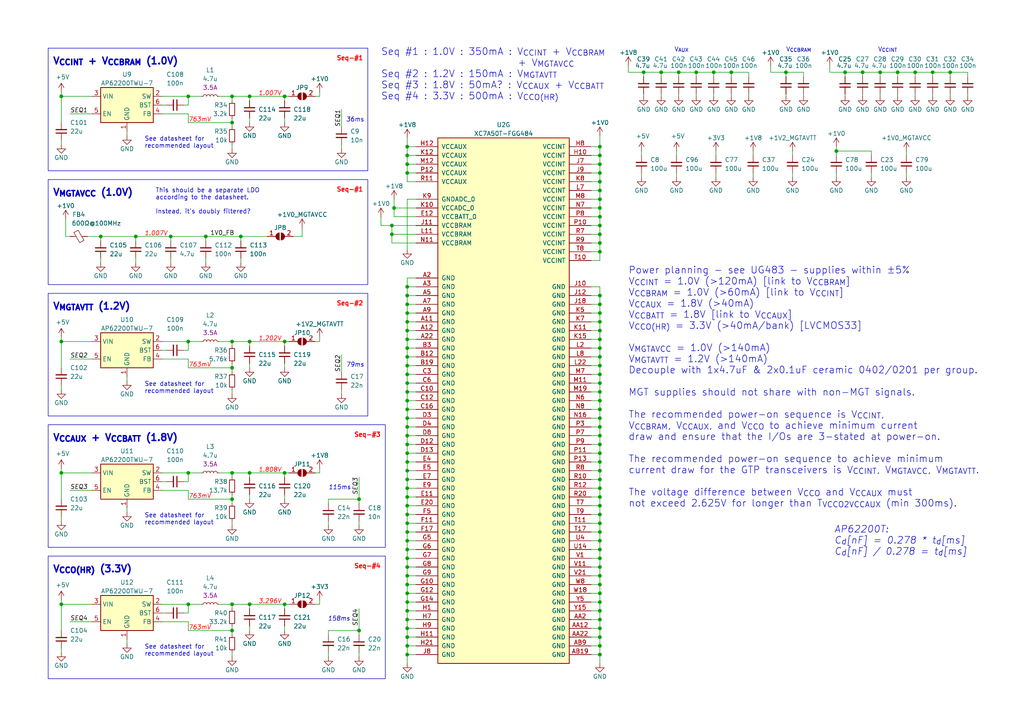
<source format=kicad_sch>
(kicad_sch (version 20231120) (generator "eeschema") (generator_version "8.0")
  (paper "A4")
  (title_block (title "FPGA Power Supplies & Core Decoupling") (date "2024-03-24") (rev "1.1") (company "George Smart, M1GEO") (comment 1 "https://github.com/m1geo/Pi5-Artix-FPGA-Hat") (comment 2 "https://www.george-smart.co.uk"))
  (junction (at 17.78 99.06))
  (junction (at 173.99 159.385))
  (junction (at 186.69 20.955))
  (junction (at 82.55 99.06))
  (junction (at 118.11 189.865))
  (junction (at 173.99 90.805))
  (junction (at 118.11 144.145))
  (junction (at 173.99 144.145))
  (junction (at 173.99 95.885))
  (junction (at 173.99 164.465))
  (junction (at 67.31 27.94))
  (junction (at 17.78 175.26))
  (junction (at 118.11 93.345))
  (junction (at 173.99 103.505))
  (junction (at 173.99 172.085))
  (junction (at 250.19 20.955))
  (junction (at 118.11 103.505))
  (junction (at 255.27 20.955))
  (junction (at 67.31 99.06))
  (junction (at 118.11 133.985))
  (junction (at 242.57 43.815))
  (junction (at 29.21 68.58))
  (junction (at 72.39 137.16))
  (junction (at 173.99 47.625))
  (junction (at 118.11 184.785))
  (junction (at 173.99 126.365))
  (junction (at 245.11 20.955))
  (junction (at 173.99 100.965))
  (junction (at 118.11 100.965))
  (junction (at 114.3 60.325))
  (junction (at 118.11 42.545))
  (junction (at 173.99 167.005))
  (junction (at 173.99 136.525))
  (junction (at 173.99 151.765))
  (junction (at 118.11 95.885))
  (junction (at 173.99 85.725))
  (junction (at 118.11 164.465))
  (junction (at 118.11 116.205))
  (junction (at 59.69 68.58))
  (junction (at 118.11 154.305))
  (junction (at 118.11 85.725))
  (junction (at 67.31 35.56))
  (junction (at 69.85 68.58))
  (junction (at 118.11 45.085))
  (junction (at 173.99 116.205))
  (junction (at 173.99 141.605))
  (junction (at 227.965 20.955))
  (junction (at 173.99 98.425))
  (junction (at 104.14 182.88))
  (junction (at 173.99 161.925))
  (junction (at 67.31 144.78))
  (junction (at 118.11 182.245))
  (junction (at 118.11 177.165))
  (junction (at 118.11 139.065))
  (junction (at 173.99 121.285))
  (junction (at 173.99 133.985))
  (junction (at 265.43 20.955))
  (junction (at 39.37 68.58))
  (junction (at 173.99 65.405))
  (junction (at 173.99 139.065))
  (junction (at 173.99 106.045))
  (junction (at 173.99 174.625))
  (junction (at 17.78 137.16))
  (junction (at 118.11 159.385))
  (junction (at 118.11 88.265))
  (junction (at 54.61 137.16))
  (junction (at 173.99 169.545))
  (junction (at 118.11 151.765))
  (junction (at 173.99 42.545))
  (junction (at 173.99 118.745))
  (junction (at 173.99 93.345))
  (junction (at 118.11 113.665))
  (junction (at 173.99 60.325))
  (junction (at 191.77 20.955))
  (junction (at 67.31 175.26))
  (junction (at 173.99 88.265))
  (junction (at 54.61 99.06))
  (junction (at 118.11 169.545))
  (junction (at 118.11 156.845))
  (junction (at 173.99 179.705))
  (junction (at 173.99 131.445))
  (junction (at 173.99 189.865))
  (junction (at 118.11 126.365))
  (junction (at 118.11 83.185))
  (junction (at 72.39 99.06))
  (junction (at 173.99 123.825))
  (junction (at 196.85 20.955))
  (junction (at 173.99 62.865))
  (junction (at 173.99 52.705))
  (junction (at 118.11 136.525))
  (junction (at 82.55 27.94))
  (junction (at 173.99 146.685))
  (junction (at 173.99 187.325))
  (junction (at 173.99 182.245))
  (junction (at 201.93 20.955))
  (junction (at 49.53 68.58))
  (junction (at 72.39 175.26))
  (junction (at 54.61 27.94))
  (junction (at 173.99 113.665))
  (junction (at 118.11 111.125))
  (junction (at 113.665 67.945))
  (junction (at 118.11 167.005))
  (junction (at 118.11 131.445))
  (junction (at 173.99 70.485))
  (junction (at 173.99 67.945))
  (junction (at 118.11 98.425))
  (junction (at 118.11 106.045))
  (junction (at 82.55 137.16))
  (junction (at 17.78 27.94))
  (junction (at 118.11 128.905))
  (junction (at 118.11 179.705))
  (junction (at 118.11 141.605))
  (junction (at 118.11 149.225))
  (junction (at 173.99 50.165))
  (junction (at 173.99 154.305))
  (junction (at 118.11 123.825))
  (junction (at 118.11 146.685))
  (junction (at 173.99 57.785))
  (junction (at 118.11 108.585))
  (junction (at 54.61 175.26))
  (junction (at 67.31 106.68))
  (junction (at 118.11 172.085))
  (junction (at 275.59 20.955))
  (junction (at 82.55 175.26))
  (junction (at 173.99 108.585))
  (junction (at 207.01 20.955))
  (junction (at 118.11 50.165))
  (junction (at 173.99 45.085))
  (junction (at 118.11 121.285))
  (junction (at 173.99 73.025))
  (junction (at 270.51 20.955))
  (junction (at 118.11 174.625))
  (junction (at 173.99 128.905))
  (junction (at 113.665 65.405))
  (junction (at 104.14 144.78))
  (junction (at 173.99 55.245))
  (junction (at 173.99 156.845))
  (junction (at 118.11 90.805))
  (junction (at 173.99 149.225))
  (junction (at 173.99 111.125))
  (junction (at 67.31 137.16))
  (junction (at 118.11 187.325))
  (junction (at 260.35 20.955))
  (junction (at 173.99 184.785))
  (junction (at 118.11 118.745))
  (junction (at 118.11 47.625))
  (junction (at 118.11 161.925))
  (junction (at 72.39 27.94))
  (junction (at 212.09 20.955))
  (junction (at 173.99 177.165))
  (junction (at 67.31 182.88))
  (wire (pts (xy 207.01 20.955) (xy 201.93 20.955)))
  (wire (pts (xy 173.99 93.345) (xy 171.45 93.345)))
  (wire (pts (xy 118.11 103.505) (xy 118.11 106.045)))
  (wire (pts (xy 233.045 22.225) (xy 233.045 20.955)))
  (wire (pts (xy 173.99 95.885) (xy 173.99 98.425)))
  (wire (pts (xy 118.11 45.085) (xy 120.65 45.085)))
  (wire (pts (xy 118.11 83.185) (xy 120.65 83.185)))
  (wire (pts (xy 95.25 151.13) (xy 95.25 152.4)))
  (wire (pts (xy 173.99 65.405) (xy 173.99 67.945)))
  (wire (pts (xy 173.99 83.185) (xy 173.99 85.725)))
  (wire (pts (xy 114.3 60.325) (xy 114.3 62.865)))
  (wire (pts (xy 118.11 131.445) (xy 120.65 131.445)))
  (wire (pts (xy 173.99 182.245) (xy 173.99 184.785)))
  (wire (pts (xy 118.11 133.985) (xy 120.65 133.985)))
  (wire (pts (xy 20.32 33.02) (xy 26.67 33.02)))
  (wire (pts (xy 118.11 57.785) (xy 118.11 72.39)))
  (wire (pts (xy 265.43 27.305) (xy 265.43 27.94)))
  (wire (pts (xy 82.55 137.16) (xy 82.55 138.43)))
  (wire (pts (xy 270.51 20.955) (xy 265.43 20.955)))
  (wire (pts (xy 99.06 113.03) (xy 99.06 114.3)))
  (wire (pts (xy 196.85 22.225) (xy 196.85 20.955)))
  (wire (pts (xy 54.61 144.78) (xy 54.61 142.24)))
  (wire (pts (xy 118.11 93.345) (xy 118.11 95.885)))
  (wire (pts (xy 82.55 99.06) (xy 83.82 99.06)))
  (wire (pts (xy 36.83 185.42) (xy 36.83 186.69)))
  (wire (pts (xy 173.99 177.165) (xy 173.99 179.705)))
  (wire (pts (xy 95.25 189.23) (xy 95.25 190.5)))
  (wire (pts (xy 173.99 184.785) (xy 173.99 187.325)))
  (wire (pts (xy 173.99 187.325) (xy 171.45 187.325)))
  (wire (pts (xy 118.11 133.985) (xy 118.11 136.525)))
  (wire (pts (xy 265.43 22.225) (xy 265.43 20.955)))
  (wire (pts (xy 54.61 104.14) (xy 46.99 104.14)))
  (wire (pts (xy 67.31 146.05) (xy 67.31 144.78)))
  (wire (pts (xy 118.11 149.225) (xy 120.65 149.225)))
  (wire (pts (xy 171.45 151.765) (xy 173.99 151.765)))
  (wire (pts (xy 252.73 50.165) (xy 252.73 51.435)))
  (wire (pts (xy 29.21 68.58) (xy 39.37 68.58)))
  (wire (pts (xy 242.57 42.545) (xy 242.57 43.815)))
  (wire (pts (xy 260.35 20.955) (xy 255.27 20.955)))
  (wire (pts (xy 171.45 50.165) (xy 173.99 50.165)))
  (wire (pts (xy 120.65 57.785) (xy 118.11 57.785)))
  (wire (pts (xy 118.11 151.765) (xy 118.11 154.305)))
  (wire (pts (xy 186.69 22.225) (xy 186.69 20.955)))
  (wire (pts (xy 99.06 31.75) (xy 99.06 36.83)))
  (wire (pts (xy 118.11 100.965) (xy 120.65 100.965)))
  (wire (pts (xy 173.99 113.665) (xy 171.45 113.665)))
  (wire (pts (xy 72.39 143.51) (xy 72.39 144.78)))
  (wire (pts (xy 59.69 68.58) (xy 49.53 68.58)))
  (wire (pts (xy 196.215 43.815) (xy 196.215 45.085)))
  (wire (pts (xy 104.14 184.15) (xy 104.14 182.88)))
  (wire (pts (xy 69.85 68.58) (xy 77.47 68.58)))
  (wire (pts (xy 173.99 42.545) (xy 173.99 45.085)))
  (wire (pts (xy 229.87 43.815) (xy 229.87 45.085)))
  (wire (pts (xy 20.32 142.24) (xy 26.67 142.24)))
  (wire (pts (xy 67.31 137.16) (xy 72.39 137.16)))
  (wire (pts (xy 72.39 27.94) (xy 72.39 29.21)))
  (wire (pts (xy 201.93 27.305) (xy 201.93 27.94)))
  (wire (pts (xy 173.99 169.545) (xy 173.99 172.085)))
  (wire (pts (xy 118.11 108.585) (xy 118.11 111.125)))
  (wire (pts (xy 67.31 36.83) (xy 67.31 35.56)))
  (wire (pts (xy 19.05 63.5) (xy 19.05 68.58)))
  (wire (pts (xy 118.11 95.885) (xy 120.65 95.885)))
  (wire (pts (xy 17.78 173.99) (xy 17.78 175.26)))
  (wire (pts (xy 118.11 187.325) (xy 118.11 189.865)))
  (wire (pts (xy 59.69 74.93) (xy 59.69 76.2)))
  (wire (pts (xy 191.77 27.305) (xy 191.77 27.94)))
  (wire (pts (xy 186.69 20.955) (xy 191.77 20.955)))
  (wire (pts (xy 173.99 57.785) (xy 173.99 60.325)))
  (wire (pts (xy 72.39 99.06) (xy 82.55 99.06)))
  (wire (pts (xy 173.99 149.225) (xy 173.99 151.765)))
  (wire (pts (xy 72.39 34.29) (xy 72.39 35.56)))
  (wire (pts (xy 99.06 41.91) (xy 99.06 43.18)))
  (wire (pts (xy 173.99 70.485) (xy 171.45 70.485)))
  (wire (pts (xy 120.65 62.865) (xy 114.3 62.865)))
  (wire (pts (xy 173.99 93.345) (xy 173.99 95.885)))
  (wire (pts (xy 72.39 181.61) (xy 72.39 182.88)))
  (wire (pts (xy 59.69 69.85) (xy 59.69 68.58)))
  (wire (pts (xy 118.11 167.005) (xy 118.11 169.545)))
  (wire (pts (xy 67.31 151.13) (xy 67.31 152.4)))
  (wire (pts (xy 72.39 105.41) (xy 72.39 106.68)))
  (wire (pts (xy 72.39 175.26) (xy 72.39 176.53)))
  (wire (pts (xy 118.11 40.005) (xy 118.11 42.545)))
  (wire (pts (xy 54.61 30.48) (xy 54.61 27.94)))
  (wire (pts (xy 173.99 174.625) (xy 173.99 177.165)))
  (wire (pts (xy 118.11 161.925) (xy 120.65 161.925)))
  (wire (pts (xy 218.44 50.165) (xy 218.44 51.435)))
  (wire (pts (xy 173.99 133.985) (xy 171.45 133.985)))
  (wire (pts (xy 118.11 141.605) (xy 120.65 141.605)))
  (wire (pts (xy 173.99 118.745) (xy 171.45 118.745)))
  (wire (pts (xy 173.99 60.325) (xy 171.45 60.325)))
  (wire (pts (xy 173.99 156.845) (xy 173.99 159.385)))
  (wire (pts (xy 173.99 111.125) (xy 173.99 113.665)))
  (wire (pts (xy 173.99 90.805) (xy 171.45 90.805)))
  (wire (pts (xy 173.99 55.245) (xy 173.99 57.785)))
  (wire (pts (xy 173.99 139.065) (xy 173.99 141.605)))
  (wire (pts (xy 67.31 184.15) (xy 67.31 182.88)))
  (wire (pts (xy 173.99 100.965) (xy 173.99 103.505)))
  (wire (pts (xy 54.61 106.68) (xy 54.61 104.14)))
  (wire (pts (xy 118.11 118.745) (xy 120.65 118.745)))
  (wire (pts (xy 118.11 113.665) (xy 118.11 116.205)))
  (wire (pts (xy 173.99 123.825) (xy 171.45 123.825)))
  (wire (pts (xy 17.78 135.89) (xy 17.78 137.16)))
  (wire (pts (xy 46.99 99.06) (xy 54.61 99.06)))
  (wire (pts (xy 113.665 67.945) (xy 120.65 67.945)))
  (wire (pts (xy 275.59 22.225) (xy 275.59 20.955)))
  (wire (pts (xy 173.99 133.985) (xy 173.99 136.525)))
  (wire (pts (xy 196.85 27.305) (xy 196.85 27.94)))
  (wire (pts (xy 17.78 137.16) (xy 26.67 137.16)))
  (wire (pts (xy 186.055 43.815) (xy 186.055 45.085)))
  (wire (pts (xy 104.14 182.88) (xy 95.25 182.88)))
  (wire (pts (xy 118.11 184.785) (xy 118.11 187.325)))
  (wire (pts (xy 118.11 113.665) (xy 120.65 113.665)))
  (wire (pts (xy 72.39 175.26) (xy 82.55 175.26)))
  (wire (pts (xy 82.55 105.41) (xy 82.55 106.68)))
  (wire (pts (xy 173.99 167.005) (xy 173.99 169.545)))
  (wire (pts (xy 229.87 50.165) (xy 229.87 51.435)))
  (wire (pts (xy 173.99 111.125) (xy 171.45 111.125)))
  (wire (pts (xy 262.89 43.815) (xy 262.89 45.085)))
  (wire (pts (xy 67.31 107.95) (xy 67.31 106.68)))
  (wire (pts (xy 118.11 80.645) (xy 118.11 83.185)))
  (wire (pts (xy 118.11 182.245) (xy 120.65 182.245)))
  (wire (pts (xy 67.31 144.78) (xy 54.61 144.78)))
  (wire (pts (xy 240.665 20.955) (xy 245.11 20.955)))
  (wire (pts (xy 118.11 159.385) (xy 118.11 161.925)))
  (wire (pts (xy 95.25 182.88) (xy 95.25 184.15)))
  (wire (pts (xy 17.78 111.76) (xy 17.78 113.03)))
  (wire (pts (xy 173.99 164.465) (xy 171.45 164.465)))
  (wire (pts (xy 69.85 68.58) (xy 59.69 68.58)))
  (wire (pts (xy 67.31 41.91) (xy 67.31 43.18)))
  (wire (pts (xy 242.57 43.815) (xy 242.57 45.085)))
  (wire (pts (xy 173.99 167.005) (xy 171.45 167.005)))
  (wire (pts (xy 173.99 141.605) (xy 171.45 141.605)))
  (wire (pts (xy 113.665 70.485) (xy 113.665 67.945)))
  (wire (pts (xy 118.11 172.085) (xy 120.65 172.085)))
  (wire (pts (xy 171.45 45.085) (xy 173.99 45.085)))
  (wire (pts (xy 171.45 42.545) (xy 173.99 42.545)))
  (wire (pts (xy 67.31 29.21) (xy 67.31 27.94)))
  (wire (pts (xy 173.99 156.845) (xy 171.45 156.845)))
  (wire (pts (xy 196.215 50.165) (xy 196.215 51.435)))
  (wire (pts (xy 173.99 184.785) (xy 171.45 184.785)))
  (wire (pts (xy 270.51 22.225) (xy 270.51 20.955)))
  (wire (pts (xy 17.78 137.16) (xy 17.78 144.78)))
  (wire (pts (xy 17.78 26.67) (xy 17.78 27.94)))
  (wire (pts (xy 173.99 103.505) (xy 173.99 106.045)))
  (wire (pts (xy 118.11 47.625) (xy 118.11 50.165)))
  (wire (pts (xy 53.34 30.48) (xy 54.61 30.48)))
  (wire (pts (xy 92.71 173.99) (xy 92.71 175.26)))
  (wire (pts (xy 54.61 101.6) (xy 54.61 99.06)))
  (wire (pts (xy 212.09 20.955) (xy 207.01 20.955)))
  (wire (pts (xy 118.11 98.425) (xy 118.11 100.965)))
  (wire (pts (xy 54.61 35.56) (xy 54.61 33.02)))
  (wire (pts (xy 67.31 105.41) (xy 67.31 106.68)))
  (wire (pts (xy 275.59 20.955) (xy 270.51 20.955)))
  (wire (pts (xy 118.11 45.085) (xy 118.11 47.625)))
  (wire (pts (xy 46.99 137.16) (xy 54.61 137.16)))
  (wire (pts (xy 67.31 35.56) (xy 54.61 35.56)))
  (wire (pts (xy 17.78 149.86) (xy 17.78 151.13)))
  (wire (pts (xy 54.61 99.06) (xy 58.42 99.06)))
  (wire (pts (xy 280.67 20.955) (xy 275.59 20.955)))
  (wire (pts (xy 275.59 27.305) (xy 275.59 27.94)))
  (wire (pts (xy 173.99 88.265) (xy 171.45 88.265)))
  (wire (pts (xy 67.31 113.03) (xy 67.31 114.3)))
  (wire (pts (xy 173.99 45.085) (xy 173.99 47.625)))
  (wire (pts (xy 186.055 50.165) (xy 186.055 51.435)))
  (wire (pts (xy 39.37 68.58) (xy 49.53 68.58)))
  (wire (pts (xy 110.49 65.405) (xy 113.665 65.405)))
  (wire (pts (xy 25.4 68.58) (xy 29.21 68.58)))
  (wire (pts (xy 118.11 116.205) (xy 118.11 118.745)))
  (wire (pts (xy 262.89 50.165) (xy 262.89 51.435)))
  (wire (pts (xy 118.11 151.765) (xy 120.65 151.765)))
  (wire (pts (xy 39.37 68.58) (xy 39.37 69.85)))
  (wire (pts (xy 118.11 42.545) (xy 120.65 42.545)))
  (wire (pts (xy 46.99 177.8) (xy 48.26 177.8)))
  (wire (pts (xy 63.5 27.94) (xy 67.31 27.94)))
  (wire (pts (xy 173.99 121.285) (xy 171.45 121.285)))
  (wire (pts (xy 118.11 182.245) (xy 118.11 184.785)))
  (wire (pts (xy 54.61 137.16) (xy 58.42 137.16)))
  (wire (pts (xy 92.71 137.16) (xy 91.44 137.16)))
  (wire (pts (xy 173.99 189.865) (xy 173.99 192.405)))
  (wire (pts (xy 118.11 179.705) (xy 120.65 179.705)))
  (wire (pts (xy 270.51 27.305) (xy 270.51 27.94)))
  (wire (pts (xy 173.99 136.525) (xy 173.99 139.065)))
  (wire (pts (xy 114.3 57.785) (xy 114.3 60.325)))
  (wire (pts (xy 104.14 189.23) (xy 104.14 190.5)))
  (wire (pts (xy 173.99 62.865) (xy 173.99 65.405)))
  (wire (pts (xy 63.5 99.06) (xy 67.31 99.06)))
  (wire (pts (xy 82.55 175.26) (xy 83.82 175.26)))
  (wire (pts (xy 54.61 139.7) (xy 54.61 137.16)))
  (wire (pts (xy 173.99 88.265) (xy 173.99 90.805)))
  (wire (pts (xy 173.99 131.445) (xy 171.45 131.445)))
  (wire (pts (xy 173.99 70.485) (xy 173.99 73.025)))
  (wire (pts (xy 191.77 22.225) (xy 191.77 20.955)))
  (wire (pts (xy 82.55 27.94) (xy 83.82 27.94)))
  (wire (pts (xy 173.99 65.405) (xy 171.45 65.405)))
  (wire (pts (xy 118.11 98.425) (xy 120.65 98.425)))
  (wire (pts (xy 67.31 189.23) (xy 67.31 190.5)))
  (wire (pts (xy 118.11 154.305) (xy 120.65 154.305)))
  (wire (pts (xy 173.99 106.045) (xy 173.99 108.585)))
  (wire (pts (xy 54.61 175.26) (xy 58.42 175.26)))
  (wire (pts (xy 207.01 22.225) (xy 207.01 20.955)))
  (wire (pts (xy 171.45 47.625) (xy 173.99 47.625)))
  (wire (pts (xy 118.11 187.325) (xy 120.65 187.325)))
  (wire (pts (xy 95.25 144.78) (xy 104.14 144.78)))
  (wire (pts (xy 113.665 65.405) (xy 120.65 65.405)))
  (wire (pts (xy 212.09 22.225) (xy 212.09 20.955)))
  (wire (pts (xy 173.99 108.585) (xy 171.45 108.585)))
  (wire (pts (xy 118.11 50.165) (xy 120.65 50.165)))
  (wire (pts (xy 99.06 102.87) (xy 99.06 107.95)))
  (wire (pts (xy 173.99 113.665) (xy 173.99 116.205)))
  (wire (pts (xy 173.99 90.805) (xy 173.99 93.345)))
  (wire (pts (xy 63.5 137.16) (xy 67.31 137.16)))
  (wire (pts (xy 17.78 40.64) (xy 17.78 41.91)))
  (wire (pts (xy 67.31 34.29) (xy 67.31 35.56)))
  (wire (pts (xy 67.31 138.43) (xy 67.31 137.16)))
  (wire (pts (xy 39.37 74.93) (xy 39.37 76.2)))
  (wire (pts (xy 92.71 175.26) (xy 91.44 175.26)))
  (wire (pts (xy 173.99 182.245) (xy 171.45 182.245)))
  (wire (pts (xy 173.99 52.705) (xy 173.99 55.245)))
  (wire (pts (xy 173.99 179.705) (xy 173.99 182.245)))
  (wire (pts (xy 173.99 85.725) (xy 171.45 85.725)))
  (wire (pts (xy 54.61 27.94) (xy 58.42 27.94)))
  (wire (pts (xy 118.11 177.165) (xy 118.11 179.705)))
  (wire (pts (xy 227.965 27.305) (xy 227.965 27.94)))
  (wire (pts (xy 118.11 123.825) (xy 118.11 126.365)))
  (wire (pts (xy 173.99 179.705) (xy 171.45 179.705)))
  (wire (pts (xy 67.31 181.61) (xy 67.31 182.88)))
  (wire (pts (xy 245.11 20.955) (xy 250.19 20.955)))
  (wire (pts (xy 250.19 20.955) (xy 255.27 20.955)))
  (wire (pts (xy 171.45 57.785) (xy 173.99 57.785)))
  (wire (pts (xy 173.99 116.205) (xy 171.45 116.205)))
  (wire (pts (xy 233.045 20.955) (xy 227.965 20.955)))
  (wire (pts (xy 173.99 172.085) (xy 171.45 172.085)))
  (wire (pts (xy 118.11 144.145) (xy 120.65 144.145)))
  (wire (pts (xy 171.45 55.245) (xy 173.99 55.245)))
  (wire (pts (xy 173.99 108.585) (xy 173.99 111.125)))
  (wire (pts (xy 118.11 161.925) (xy 118.11 164.465)))
  (wire (pts (xy 173.99 85.725) (xy 173.99 88.265)))
  (wire (pts (xy 118.11 189.865) (xy 118.11 192.405)))
  (wire (pts (xy 118.11 88.265) (xy 120.65 88.265)))
  (wire (pts (xy 255.27 27.305) (xy 255.27 27.94)))
  (wire (pts (xy 173.99 131.445) (xy 173.99 133.985)))
  (wire (pts (xy 250.19 22.225) (xy 250.19 20.955)))
  (wire (pts (xy 120.65 70.485) (xy 113.665 70.485)))
  (wire (pts (xy 173.99 154.305) (xy 171.45 154.305)))
  (wire (pts (xy 242.57 43.815) (xy 252.73 43.815)))
  (wire (pts (xy 49.53 68.58) (xy 49.53 69.85)))
  (wire (pts (xy 173.99 177.165) (xy 171.45 177.165)))
  (wire (pts (xy 104.14 176.53) (xy 104.14 182.88)))
  (wire (pts (xy 118.11 177.165) (xy 120.65 177.165)))
  (wire (pts (xy 118.11 126.365) (xy 118.11 128.905)))
  (wire (pts (xy 118.11 149.225) (xy 118.11 151.765)))
  (wire (pts (xy 67.31 143.51) (xy 67.31 144.78)))
  (wire (pts (xy 173.99 116.205) (xy 173.99 118.745)))
  (wire (pts (xy 207.645 50.165) (xy 207.645 51.435)))
  (wire (pts (xy 54.61 142.24) (xy 46.99 142.24)))
  (wire (pts (xy 17.78 99.06) (xy 17.78 106.68)))
  (wire (pts (xy 240.665 19.05) (xy 240.665 20.955)))
  (wire (pts (xy 82.55 27.94) (xy 82.55 29.21)))
  (wire (pts (xy 242.57 50.165) (xy 242.57 51.435)))
  (wire (pts (xy 173.99 172.085) (xy 173.99 174.625)))
  (wire (pts (xy 182.245 20.955) (xy 186.69 20.955)))
  (wire (pts (xy 118.11 42.545) (xy 118.11 45.085)))
  (wire (pts (xy 72.39 27.94) (xy 82.55 27.94)))
  (wire (pts (xy 53.34 101.6) (xy 54.61 101.6)))
  (wire (pts (xy 118.11 172.085) (xy 118.11 174.625)))
  (wire (pts (xy 87.63 68.58) (xy 87.63 66.04)))
  (wire (pts (xy 173.99 126.365) (xy 171.45 126.365)))
  (wire (pts (xy 223.52 20.955) (xy 227.965 20.955)))
  (wire (pts (xy 173.99 151.765) (xy 173.99 154.305)))
  (wire (pts (xy 173.99 126.365) (xy 173.99 128.905)))
  (wire (pts (xy 201.93 20.955) (xy 196.85 20.955)))
  (wire (pts (xy 173.99 146.685) (xy 173.99 149.225)))
  (wire (pts (xy 173.99 128.905) (xy 173.99 131.445)))
  (wire (pts (xy 265.43 20.955) (xy 260.35 20.955)))
  (wire (pts (xy 92.71 99.06) (xy 91.44 99.06)))
  (wire (pts (xy 20.32 104.14) (xy 26.67 104.14)))
  (wire (pts (xy 118.11 139.065) (xy 118.11 141.605)))
  (wire (pts (xy 17.78 27.94) (xy 26.67 27.94)))
  (wire (pts (xy 118.11 83.185) (xy 118.11 85.725)))
  (wire (pts (xy 173.99 189.865) (xy 171.45 189.865)))
  (wire (pts (xy 118.11 156.845) (xy 118.11 159.385)))
  (wire (pts (xy 92.71 27.94) (xy 91.44 27.94)))
  (wire (pts (xy 46.99 30.48) (xy 48.26 30.48)))
  (wire (pts (xy 173.99 149.225) (xy 171.45 149.225)))
  (wire (pts (xy 173.99 73.025) (xy 171.45 73.025)))
  (wire (pts (xy 17.78 27.94) (xy 17.78 35.56)))
  (wire (pts (xy 173.99 161.925) (xy 173.99 164.465)))
  (wire (pts (xy 67.31 106.68) (xy 54.61 106.68)))
  (wire (pts (xy 173.99 174.625) (xy 171.45 174.625)))
  (wire (pts (xy 104.14 138.43) (xy 104.14 144.78)))
  (wire (pts (xy 67.31 182.88) (xy 54.61 182.88)))
  (wire (pts (xy 118.11 90.805) (xy 118.11 93.345)))
  (wire (pts (xy 217.17 20.955) (xy 212.09 20.955)))
  (wire (pts (xy 54.61 180.34) (xy 46.99 180.34)))
  (wire (pts (xy 173.99 154.305) (xy 173.99 156.845)))
  (wire (pts (xy 92.71 135.89) (xy 92.71 137.16)))
  (wire (pts (xy 182.245 20.955) (xy 182.245 19.05)))
  (wire (pts (xy 63.5 175.26) (xy 67.31 175.26)))
  (wire (pts (xy 92.71 26.67) (xy 92.71 27.94)))
  (wire (pts (xy 173.99 83.185) (xy 171.45 83.185)))
  (wire (pts (xy 19.05 68.58) (xy 20.32 68.58)))
  (wire (pts (xy 173.99 121.285) (xy 173.99 123.825)))
  (wire (pts (xy 207.01 27.305) (xy 207.01 27.94)))
  (wire (pts (xy 173.99 100.965) (xy 171.45 100.965)))
  (wire (pts (xy 118.11 169.545) (xy 120.65 169.545)))
  (wire (pts (xy 173.99 95.885) (xy 171.45 95.885)))
  (wire (pts (xy 72.39 99.06) (xy 72.39 100.33)))
  (wire (pts (xy 118.11 144.145) (xy 118.11 146.685)))
  (wire (pts (xy 186.69 27.305) (xy 186.69 27.94)))
  (wire (pts (xy 217.17 22.225) (xy 217.17 20.955)))
  (wire (pts (xy 173.99 62.865) (xy 171.45 62.865)))
  (wire (pts (xy 46.99 27.94) (xy 54.61 27.94)))
  (wire (pts (xy 95.25 144.78) (xy 95.25 146.05)))
  (wire (pts (xy 217.17 27.305) (xy 217.17 27.94)))
  (wire (pts (xy 29.21 74.93) (xy 29.21 76.2)))
  (wire (pts (xy 54.61 33.02) (xy 46.99 33.02)))
  (wire (pts (xy 118.11 136.525) (xy 120.65 136.525)))
  (wire (pts (xy 67.31 27.94) (xy 72.39 27.94)))
  (wire (pts (xy 173.99 98.425) (xy 173.99 100.965)))
  (wire (pts (xy 17.78 175.26) (xy 26.67 175.26)))
  (wire (pts (xy 118.11 123.825) (xy 120.65 123.825)))
  (wire (pts (xy 173.99 67.945) (xy 173.99 70.485)))
  (wire (pts (xy 118.11 159.385) (xy 120.65 159.385)))
  (wire (pts (xy 69.85 76.2) (xy 69.85 74.93)))
  (wire (pts (xy 173.99 106.045) (xy 171.45 106.045)))
  (wire (pts (xy 173.99 60.325) (xy 173.99 62.865)))
  (wire (pts (xy 173.99 75.565) (xy 171.45 75.565)))
  (wire (pts (xy 118.11 95.885) (xy 118.11 98.425)))
  (wire (pts (xy 118.11 174.625) (xy 118.11 177.165)))
  (wire (pts (xy 173.99 73.025) (xy 173.99 75.565)))
  (wire (pts (xy 252.73 45.085) (xy 252.73 43.815)))
  (wire (pts (xy 46.99 175.26) (xy 54.61 175.26)))
  (wire (pts (xy 118.11 47.625) (xy 120.65 47.625)))
  (wire (pts (xy 118.11 146.685) (xy 120.65 146.685)))
  (wire (pts (xy 17.78 187.96) (xy 17.78 189.23)))
  (wire (pts (xy 173.99 187.325) (xy 173.99 189.865)))
  (wire (pts (xy 29.21 68.58) (xy 29.21 69.85)))
  (wire (pts (xy 173.99 118.745) (xy 173.99 121.285)))
  (wire (pts (xy 173.99 123.825) (xy 173.99 126.365)))
  (wire (pts (xy 118.11 169.545) (xy 118.11 172.085)))
  (wire (pts (xy 82.55 181.61) (xy 82.55 182.88)))
  (wire (pts (xy 118.11 108.585) (xy 120.65 108.585)))
  (wire (pts (xy 67.31 100.33) (xy 67.31 99.06)))
  (wire (pts (xy 118.11 106.045) (xy 120.65 106.045)))
  (wire (pts (xy 207.645 43.815) (xy 207.645 45.085)))
  (wire (pts (xy 118.11 179.705) (xy 118.11 182.245)))
  (wire (pts (xy 118.11 80.645) (xy 120.65 80.645)))
  (wire (pts (xy 118.11 118.745) (xy 118.11 121.285)))
  (wire (pts (xy 118.11 136.525) (xy 118.11 139.065)))
  (wire (pts (xy 118.11 121.285) (xy 120.65 121.285)))
  (wire (pts (xy 36.83 147.32) (xy 36.83 148.59)))
  (wire (pts (xy 173.99 67.945) (xy 171.45 67.945)))
  (wire (pts (xy 118.11 131.445) (xy 118.11 133.985)))
  (wire (pts (xy 53.34 139.7) (xy 54.61 139.7)))
  (wire (pts (xy 118.11 128.905) (xy 118.11 131.445)))
  (wire (pts (xy 118.11 164.465) (xy 118.11 167.005)))
  (wire (pts (xy 173.99 164.465) (xy 173.99 167.005)))
  (wire (pts (xy 173.99 141.605) (xy 173.99 144.145)))
  (wire (pts (xy 118.11 116.205) (xy 120.65 116.205)))
  (wire (pts (xy 173.99 103.505) (xy 171.45 103.505)))
  (wire (pts (xy 46.99 139.7) (xy 48.26 139.7)))
  (wire (pts (xy 118.11 167.005) (xy 120.65 167.005)))
  (wire (pts (xy 46.99 101.6) (xy 48.26 101.6)))
  (wire (pts (xy 54.61 182.88) (xy 54.61 180.34)))
  (wire (pts (xy 110.49 62.865) (xy 110.49 65.405)))
  (wire (pts (xy 104.14 151.13) (xy 104.14 152.4)))
  (wire (pts (xy 196.85 20.955) (xy 191.77 20.955)))
  (wire (pts (xy 173.99 146.685) (xy 171.45 146.685)))
  (wire (pts (xy 82.55 143.51) (xy 82.55 144.78)))
  (wire (pts (xy 173.99 39.37) (xy 173.99 42.545)))
  (wire (pts (xy 227.965 22.225) (xy 227.965 20.955)))
  (wire (pts (xy 280.67 27.305) (xy 280.67 27.94)))
  (wire (pts (xy 118.11 93.345) (xy 120.65 93.345)))
  (wire (pts (xy 233.045 27.305) (xy 233.045 27.94)))
  (wire (pts (xy 118.11 164.465) (xy 120.65 164.465)))
  (wire (pts (xy 82.55 137.16) (xy 83.82 137.16)))
  (wire (pts (xy 173.99 139.065) (xy 171.45 139.065)))
  (wire (pts (xy 72.39 137.16) (xy 82.55 137.16)))
  (wire (pts (xy 104.14 146.05) (xy 104.14 144.78)))
  (wire (pts (xy 72.39 137.16) (xy 72.39 138.43)))
  (wire (pts (xy 118.11 154.305) (xy 118.11 156.845)))
  (wire (pts (xy 118.11 126.365) (xy 120.65 126.365)))
  (wire (pts (xy 118.11 100.965) (xy 118.11 103.505)))
  (wire (pts (xy 114.3 60.325) (xy 120.65 60.325)))
  (wire (pts (xy 36.83 38.1) (xy 36.83 39.37)))
  (wire (pts (xy 118.11 189.865) (xy 120.65 189.865)))
  (wire (pts (xy 118.11 106.045) (xy 118.11 108.585)))
  (wire (pts (xy 118.11 146.685) (xy 118.11 149.225)))
  (wire (pts (xy 255.27 22.225) (xy 255.27 20.955)))
  (wire (pts (xy 36.83 109.22) (xy 36.83 110.49)))
  (wire (pts (xy 67.31 99.06) (xy 72.39 99.06)))
  (wire (pts (xy 82.55 34.29) (xy 82.55 35.56)))
  (wire (pts (xy 118.11 121.285) (xy 118.11 123.825)))
  (wire (pts (xy 173.99 159.385) (xy 171.45 159.385)))
  (wire (pts (xy 250.19 27.305) (xy 250.19 27.94)))
  (wire (pts (xy 173.99 98.425) (xy 171.45 98.425)))
  (wire (pts (xy 49.53 74.93) (xy 49.53 76.2)))
  (wire (pts (xy 118.11 90.805) (xy 120.65 90.805)))
  (wire (pts (xy 173.99 136.525) (xy 171.45 136.525)))
  (wire (pts (xy 67.31 175.26) (xy 72.39 175.26)))
  (wire (pts (xy 82.55 175.26) (xy 82.55 176.53)))
  (wire (pts (xy 118.11 128.905) (xy 120.65 128.905)))
  (wire (pts (xy 118.11 88.265) (xy 118.11 90.805)))
  (wire (pts (xy 173.99 47.625) (xy 173.99 50.165)))
  (wire (pts (xy 118.11 139.065) (xy 120.65 139.065)))
  (wire (pts (xy 201.93 22.225) (xy 201.93 20.955)))
  (wire (pts (xy 218.44 43.815) (xy 218.44 45.085)))
  (wire (pts (xy 69.85 69.85) (xy 69.85 68.58)))
  (wire (pts (xy 118.11 111.125) (xy 120.65 111.125)))
  (wire (pts (xy 118.11 156.845) (xy 120.65 156.845)))
  (wire (pts (xy 173.99 161.925) (xy 171.45 161.925)))
  (wire (pts (xy 17.78 97.79) (xy 17.78 99.06)))
  (wire (pts (xy 212.09 27.305) (xy 212.09 27.94)))
  (wire (pts (xy 173.99 144.145) (xy 171.45 144.145)))
  (wire (pts (xy 54.61 177.8) (xy 54.61 175.26)))
  (wire (pts (xy 118.11 85.725) (xy 120.65 85.725)))
  (wire (pts (xy 113.665 65.405) (xy 113.665 67.945)))
  (wire (pts (xy 173.99 159.385) (xy 173.99 161.925)))
  (wire (pts (xy 87.63 68.58) (xy 85.09 68.58)))
  (wire (pts (xy 53.34 177.8) (xy 54.61 177.8)))
  (wire (pts (xy 67.31 176.53) (xy 67.31 175.26)))
  (wire (pts (xy 173.99 144.145) (xy 173.99 146.685)))
  (wire (pts (xy 118.11 103.505) (xy 120.65 103.505)))
  (wire (pts (xy 17.78 99.06) (xy 26.67 99.06)))
  (wire (pts (xy 17.78 175.26) (xy 17.78 182.88)))
  (wire (pts (xy 118.11 85.725) (xy 118.11 88.265)))
  (wire (pts (xy 92.71 97.79) (xy 92.71 99.06)))
  (wire (pts (xy 120.65 52.705) (xy 118.11 52.705)))
  (wire (pts (xy 260.35 27.305) (xy 260.35 27.94)))
  (wire (pts (xy 280.67 22.225) (xy 280.67 20.955)))
  (wire (pts (xy 118.11 52.705) (xy 118.11 50.165)))
  (wire (pts (xy 260.35 22.225) (xy 260.35 20.955)))
  (wire (pts (xy 118.11 141.605) (xy 118.11 144.145)))
  (wire (pts (xy 173.99 169.545) (xy 171.45 169.545)))
  (wire (pts (xy 118.11 184.785) (xy 120.65 184.785)))
  (wire (pts (xy 118.11 111.125) (xy 118.11 113.665)))
  (wire (pts (xy 173.99 128.905) (xy 171.45 128.905)))
  (wire (pts (xy 245.11 27.305) (xy 245.11 27.94)))
  (wire (pts (xy 118.11 174.625) (xy 120.65 174.625)))
  (wire (pts (xy 245.11 22.225) (xy 245.11 20.955)))
  (wire (pts (xy 173.99 50.165) (xy 173.99 52.705)))
  (wire (pts (xy 82.55 99.06) (xy 82.55 100.33)))
  (wire (pts (xy 20.32 180.34) (xy 26.67 180.34)))
  (wire (pts (xy 223.52 19.05) (xy 223.52 20.955)))
  (wire (pts (xy 171.45 52.705) (xy 173.99 52.705)))
  (rectangle (start 13.97 123.19) (end 111.76 158.75))
  (rectangle (start 13.97 161.29) (end 111.76 196.85))
  (rectangle (start 13.97 52.07) (end 106.68 82.55))
  (rectangle (start 13.97 85.09) (end 106.68 120.65))
  (rectangle (start 13.97 13.97) (end 106.68 49.53))
  (text "Seq-#1" (at 105.41 55.88 0) (effects (font (size 1.27 1.27) (thickness 0.254) (bold yes)) (justify right bottom)))
  (text "1.202V" (at 74.93 99.06 0) (effects (font (size 1.27 1.27) (italic yes)) (justify left bottom)))
  (text "763mV" (at 54.61 35.56 0) (effects (font (size 1.27 1.27) (italic yes)) (justify left bottom)))
  (text "V_{CCBRAM}" (at 227.965 15.24 0) (effects (font (size 1.27 1.27)) (justify left bottom)))
  (text "V_{AUX}" (at 195.58 15.24 0) (effects (font (size 1.27 1.27)) (justify left bottom)))
  (text "1.808V" (at 74.93 137.16 0) (effects (font (size 1.27 1.27) (italic yes)) (justify left bottom)))
  (text "79ms" (at 100.33 106.68 0) (effects (font (size 1.27 1.27) (italic yes)) (justify left bottom)))
  (text "763mV" (at 54.61 106.68 0) (effects (font (size 1.27 1.27) (italic yes)) (justify left bottom)))
  (text "Seq-#1" (at 105.41 17.78 0) (effects (font (size 1.27 1.27) (thickness 0.254) (bold yes)) (justify right bottom)))
  (text "115ms" (at 95.25 142.24 0) (effects (font (size 1.27 1.27) (italic yes)) (justify left bottom)))
  (text "1.007V" (at 41.91 68.58 0) (effects (font (size 1.27 1.27) (italic yes)) (justify left bottom)))
  (text "Seq #1 : 1.0V : 350mA : V_{CCINT} + V_{CCBRAM}\n                          + V_{MGTAVCC}\nSeq #2 : 1.2V : 150mA : V_{MGTAVTT}\nSeq #3 : 1.8V : 50mA? : V_{CCAUX} + V_{CCBATT}\nSeq #4 : 3.3V : 500mA : V_{CCO(HR)}" (at 110.49 29.21 0) (effects (font (size 2 2)) (justify left bottom)))
  (text "V_{MGTAVTT} (1.2V)" (at 15.24 90.17 0) (effects (font (size 2 2) (thickness 0.4) (bold yes)) (justify left bottom)))
  (text "763mV" (at 54.61 144.78 0) (effects (font (size 1.27 1.27) (italic yes)) (justify left bottom)))
  (text "V_{CCO(HR)} (3.3V)" (at 15.24 166.37 0) (effects (font (size 2 2) (thickness 0.4) (bold yes)) (justify left bottom)))
  (text "V_{CCINT}" (at 254.635 15.24 0) (effects (font (size 1.27 1.27)) (justify left bottom)))
  (text "V_{MGTAVCC} (1.0V)" (at 15.24 57.15 0) (effects (font (size 2 2) (thickness 0.4) (bold yes)) (justify left bottom)))
  (text "158ms" (at 101.6 180.34 0) (effects (font (size 1.27 1.27) (italic yes)) (justify right bottom)))
  (text "See datasheet for\nrecommended layout" (at 41.91 43.18 0) (effects (font (size 1.27 1.27)) (justify left bottom)))
  (text "V_{CCINT} + V_{CCBRAM} (1.0V)" (at 15.24 19.05 0) (effects (font (size 2 2) (thickness 0.4) (bold yes)) (justify left bottom)))
  (text "3.296V" (at 74.93 175.26 0) (effects (font (size 1.27 1.27) (italic yes)) (justify left bottom)))
  (text "Seq-#3" (at 110.49 127 0) (effects (font (size 1.27 1.27) (thickness 0.254) (bold yes)) (justify right bottom)))
  (text "See datasheet for\nrecommended layout" (at 41.91 190.5 0) (effects (font (size 1.27 1.27)) (justify left bottom)))
  (text "This should be a separate LDO\naccording to the datasheet.\n\nInstead, it's doubly filtered?" (at 45.085 62.23 0) (effects (font (size 1.27 1.27)) (justify left bottom)))
  (text "36ms" (at 100.33 35.56 0) (effects (font (size 1.27 1.27) (italic yes)) (justify left bottom)))
  (text "Seq-#4" (at 110.49 165.1 0) (effects (font (size 1.27 1.27) (thickness 0.254) (bold yes)) (justify right bottom)))
  (text "763mV" (at 54.61 182.88 0) (effects (font (size 1.27 1.27) (italic yes)) (justify left bottom)))
  (text "V_{CCAUX} + V_{CCBATT} (1.8V)" (at 15.24 128.27 0) (effects (font (size 2 2) (thickness 0.4) (bold yes)) (justify left bottom)))
  (text "AP62200T:\nC_{d}[nF] = 0.278 * t_{d}[ms]\nC_{d}[nF] / 0.278 = t_{d}[ms]" (at 241.935 161.29 0) (effects (font (size 2 2) (italic yes)) (justify left bottom)))
  (text "See datasheet for\nrecommended layout" (at 41.91 152.4 0) (effects (font (size 1.27 1.27)) (justify left bottom)))
  (text "1.007V" (at 74.93 27.94 0) (effects (font (size 1.27 1.27) (italic yes)) (justify left bottom)))
  (text "Power planning - see UG483 - supplies within ±5%\nV_{CCINT} = 1.0V (>120mA) [link to V_{CCBRAM}]\nV_{CCBRAM} = 1.0V (>60mA) [link to V_{CCINT}]\nV_{CCAUX} = 1.8V (>40mA)\nV_{CCBATT} = 1.8V [link to V_{CCAUX}]\nV_{CCO(HR)} = 3.3V (>40mA/bank) [LVCMOS33]\n\nV_{MGTAVCC} = 1.0V (>140mA)\nV_{MGTAVTT} = 1.2V (>140mA)\nDecouple with 1x4.7uF & 2x0.1uF ceramic 0402/0201 per group.\n\nMGT supplies should not share with non-MGT signals.\n\nThe recommended power-on sequence is V_{CCINT},\nV_{CCBRAM}, V_{CCAUX}, and V_{CCO} to achieve minimum current\ndraw and ensure that the I/Os are 3-stated at power-on.\n\nThe recommended power-on sequence to achieve minimum\ncurrent draw for the GTP transceivers is V_{CCINT}, V_{MGTAVCC}, V_{MGTAVTT}.\n\nThe voltage difference between V_{CCO} and V_{CCAUX} must\nnot exceed 2.625V for longer than T_{VCCO2VCCAUX} (min 300ms)." (at 182.245 147.32 0) (effects (font (size 2 2)) (justify left bottom)))
  (text "Seq-#2" (at 105.41 88.9 0) (effects (font (size 1.27 1.27) (thickness 0.254) (bold yes)) (justify right bottom)))
  (text "See datasheet for\nrecommended layout" (at 41.91 114.3 0) (effects (font (size 1.27 1.27)) (justify left bottom)))
  (label "SEQ2" (at 20.32 104.14 0) (effects (font (italic yes))))
  (label "1V0_FB" (at 60.96 68.58 0))
  (label "SEQ1" (at 99.06 31.75 270) (effects (font (italic yes))))
  (label "SEQ3" (at 20.32 142.24 0) (effects (font (italic yes))))
  (label "SEQ4" (at 20.32 180.34 0) (effects (font (italic yes))))
  (label "SEQ4" (at 104.14 176.53 270) (effects (font (italic yes))))
  (label "SEQ3" (at 104.14 138.43 270) (effects (font (italic yes))))
  (label "SEQ1" (at 20.32 33.02 0) (effects (font (italic yes))))
  (label "SEQ2" (at 99.06 102.87 270) (effects (font (italic yes))))
  (symbol (lib_id "power:GND") (at 217.17 27.94 0) (mirror y) (unit 1)
    (property "Reference" "#PWR080" (effects (hide yes)))
    (property "Value" "GND" (at 217.17 31.75 0))
  )
  (symbol (lib_id "Device:C_Small") (at 260.35 24.765 0) (mirror x) (unit 1)
    (property "Reference" "C29" (at 262.255 17.145 0) (effects (justify right)))
    (property "Value" "100n" (at 262.89 19.05 0) (effects (justify right)))
    (property "Footprint" "Capacitor_SMD:C_0402_1005Metric" (effects (hide yes)))
    (property "Datasheet" "https://datasheet.lcsc.com/lcsc/2304140030_Samsung-Electro-Mechanics-CL05B104KO5NNNC_C1525.pdf" (effects (hide yes)))
    (property "LCSC" "C1525" (effects (hide yes)))
  )
  (symbol (lib_id "fpga_mgt_power:+1V0_MGTAVCC") (at 262.89 43.815 0) (unit 1)
    (property "Reference" "#PWR0128" (effects (hide yes)))
    (property "Value" "+1V0_MGTAVCC" (at 262.89 40.005 0))
  )
  (symbol (lib_id "Device:R_Small") (at 67.31 179.07 0) (mirror x) (unit 1)
    (property "Reference" "R40" (at 66.04 177.8 0) (effects (justify right)))
    (property "Value" "33.2k" (at 66.04 180.34 0) (effects (justify right)))
    (property "Footprint" "Resistor_SMD:R_0402_1005Metric" (effects (hide yes)))
    (property "Datasheet" "https://datasheet.lcsc.com/lcsc/2205312345_UNI-ROYAL-Uniroyal-Elec-0402WGF3322TCE_C122548.pdf" (effects (hide yes)))
    (property "LCSC" "C122548" (effects (hide yes)))
  )
  (symbol (lib_id "power:GND") (at 262.89 51.435 0) (unit 1)
    (property "Reference" "#PWR0129" (effects (hide yes)))
    (property "Value" "GND" (at 262.89 55.245 0))
  )
  (symbol (lib_id "power:+1V0") (at 19.05 63.5 0) (unit 1)
    (property "Reference" "#PWR0150" (effects (hide yes)))
    (property "Value" "+1V0" (at 19.05 59.69 0))
  )
  (symbol (lib_id "Jumper:SolderJumper_2_Open") (at 81.28 68.58 0) (unit 1)
    (property "Reference" "JP8" (at 81.28 66.04 0))
    (property "Value" "JUMPER" (effects (hide yes)))
    (property "Footprint" "Jumper:SolderJumper-2_P1.3mm_Open_TrianglePad1.0x1.5mm" (effects (hide yes)))
    (property "Datasheet" "https://datasheet.lcsc.com/lcsc/2206010200_UNI-ROYAL-Uniroyal-Elec-1206W4F0000T5E_C17888.pdf" (effects (hide yes)))
    (property "LCSC" "C17888" (effects (hide yes)))
  )
  (symbol (lib_id "FPGA_Xilinx_Artix7:XC7A50T-FGG484") (at 146.05 116.205 0) (unit 7)
    (property "Reference" "U2" (at 146.05 36.195 0))
    (property "Value" "XC7A50T-FGG484" (at 146.05 38.735 0))
    (property "Footprint" "Package_BGA:Xilinx_FGG484" (effects (hide yes)))
    (property "Datasheet" "https://docs.xilinx.com/v/u/en-US/ds181_Artix_7_Data_Sheet" (effects (hide yes)))
    (property "LCSC" "C1550658" (effects (hide yes)))
  )
  (symbol (lib_id "Device:L_Small") (at 60.96 137.16 90) (unit 1)
    (property "Reference" "L3" (at 60.96 129.54 90))
    (property "Value" "4.7u" (at 60.96 132.08 90))
    (property "Footprint" "Inductor_SMD:L_Chilisin_BMRB00050518" (effects (hide yes)))
    (property "Datasheet" "https://datasheet.lcsc.com/lcsc/2212011800_cjiang--Changjiang-Microelectronics-Tech-FAUL0518-4R7MT_C5298213.pdf" (effects (hide yes)))
    (property "LCSC" "C5298213" (effects (hide yes)))
    (property "MPN" "FAUL0518-4R7MT" (effects (hide yes)))
    (property "Irms" "3.5A" (at 60.96 134.62 90))
  )
  (symbol (lib_id "power:+1V8") (at 182.245 19.05 0) (unit 1)
    (property "Reference" "#PWR068" (effects (hide yes)))
    (property "Value" "+1V8" (at 182.245 15.24 0))
  )
  (symbol (lib_id "power:GND") (at 17.78 189.23 0) (unit 1)
    (property "Reference" "#PWR0149" (effects (hide yes)))
    (property "Value" "GND" (at 17.78 193.04 0))
  )
  (symbol (lib_id "power:GND") (at 201.93 27.94 0) (mirror y) (unit 1)
    (property "Reference" "#PWR077" (effects (hide yes)))
    (property "Value" "GND" (at 201.93 31.75 0))
  )
  (symbol (lib_id "Device:R_Small") (at 67.31 186.69 0) (mirror x) (unit 1)
    (property "Reference" "R41" (at 66.04 185.42 0) (effects (justify right)))
    (property "Value" "10k" (at 66.04 187.96 0) (effects (justify right)))
    (property "Footprint" "Resistor_SMD:R_0402_1005Metric" (effects (hide yes)))
    (property "Datasheet" "https://datasheet.lcsc.com/lcsc/2206010100_UNI-ROYAL-Uniroyal-Elec-0402WGF1002TCE_C25744.pdf" (effects (hide yes)))
    (property "LCSC" "C25744" (effects (hide yes)))
  )
  (symbol (lib_id "power:GND") (at 69.85 76.2 0) (mirror y) (unit 1)
    (property "Reference" "#PWR0163" (effects (hide yes)))
    (property "Value" "GND" (at 69.85 80.01 0))
  )
  (symbol (lib_id "Device:C_Small") (at 72.39 31.75 180) (unit 1)
    (property "Reference" "C114" (at 74.93 31.75 0) (effects (justify right)))
    (property "Value" "22u" (at 74.93 34.29 0) (effects (justify right)))
    (property "Footprint" "Capacitor_SMD:C_0805_2012Metric" (effects (hide yes)))
    (property "Datasheet" "https://datasheet.lcsc.com/lcsc/2304140030_Samsung-Electro-Mechanics-CL21A226MAQNNNE_C45783.pdf" (effects (hide yes)))
    (property "LCSC" "C45783" (effects (hide yes)))
  )
  (symbol (lib_id "power:GND") (at 99.06 43.18 0) (unit 1)
    (property "Reference" "#PWR032" (effects (hide yes)))
    (property "Value" "GND" (at 99.06 46.99 0))
  )
  (symbol (lib_id "power:+5V") (at 17.78 173.99 0) (unit 1)
    (property "Reference" "#PWR0148" (effects (hide yes)))
    (property "Value" "+5V" (at 18.1483 169.6656 0))
  )
  (symbol (lib_id "power:GND") (at 270.51 27.94 0) (mirror y) (unit 1)
    (property "Reference" "#PWR061" (effects (hide yes)))
    (property "Value" "GND" (at 270.51 31.75 0))
  )
  (symbol (lib_id "Jumper:SolderJumper_2_Open") (at 87.63 27.94 0) (unit 1)
    (property "Reference" "JP9" (at 87.63 25.4 0))
    (property "Value" "JUMPER" (effects (hide yes)))
    (property "Footprint" "Jumper:SolderJumper-2_P1.3mm_Open_TrianglePad1.0x1.5mm" (effects (hide yes)))
    (property "Datasheet" "https://datasheet.lcsc.com/lcsc/2206010200_UNI-ROYAL-Uniroyal-Elec-1206W4F0000T5E_C17888.pdf" (effects (hide yes)))
    (property "LCSC" "C17888" (effects (hide yes)))
  )
  (symbol (lib_id "Device:C_Small") (at 104.14 186.69 0) (unit 1)
    (property "Reference" "C20" (at 106.68 185.4263 0) (effects (justify left)))
    (property "Value" "22n" (at 106.68 187.9663 0) (effects (justify left)))
    (property "Footprint" "Capacitor_SMD:C_0402_1005Metric" (effects (hide yes)))
    (property "Datasheet" "https://datasheet.lcsc.com/lcsc/2304140030_FH--Guangdong-Fenghua-Advanced-Tech-0402B223K500NT_C1532.pdf" (effects (hide yes)))
    (property "LCSC" "C1532" (effects (hide yes)))
  )
  (symbol (lib_id "Diodes-Incorporated-AP62200:AP62200TWU-7") (at 36.83 101.6 0) (unit 1)
    (property "Reference" "U10" (at 36.83 92.71 0))
    (property "Value" "AP62200TWU-7" (at 36.83 95.25 0))
    (property "Footprint" "Package_TO_SOT_SMD:TSOT-23-6" (effects (hide yes)))
    (property "Datasheet" "https://datasheet.lcsc.com/lcsc/2202132100_Diodes-Incorporated-AP62200TWU-7_C2895288.pdf" (effects (hide yes)))
    (property "LCSC" "C2895288" (effects (hide yes)))
  )
  (symbol (lib_id "Device:C_Small") (at 233.045 24.765 0) (mirror x) (unit 1)
    (property "Reference" "C36" (at 234.95 17.145 0) (effects (justify right)))
    (property "Value" "100n" (at 235.585 19.05 0) (effects (justify right)))
    (property "Footprint" "Capacitor_SMD:C_0402_1005Metric" (effects (hide yes)))
    (property "Datasheet" "https://datasheet.lcsc.com/lcsc/2304140030_Samsung-Electro-Mechanics-CL05B104KO5NNNC_C1525.pdf" (effects (hide yes)))
    (property "LCSC" "C1525" (effects (hide yes)))
  )
  (symbol (lib_id "Device:C_Small") (at 245.11 24.765 0) (mirror x) (unit 1)
    (property "Reference" "C25" (at 247.015 17.145 0) (effects (justify right)))
    (property "Value" "4.7u" (at 247.015 19.05 0) (effects (justify right)))
    (property "Footprint" "Capacitor_SMD:C_0402_1005Metric" (effects (hide yes)))
    (property "Datasheet" "https://datasheet.lcsc.com/lcsc/2304140030_Samsung-Electro-Mechanics-CL05A475MP5NRNC_C23733.pdf" (effects (hide yes)))
    (property "LCSC" "C23733" (effects (hide yes)))
  )
  (symbol (lib_id "power:GND") (at 95.25 152.4 0) (unit 1)
    (property "Reference" "#PWR040" (effects (hide yes)))
    (property "Value" "GND" (at 95.25 156.21 0))
  )
  (symbol (lib_id "Device:C_Small") (at 17.78 38.1 180) (unit 1)
    (property "Reference" "C101" (at 20.32 35.56 0) (effects (justify right)))
    (property "Value" "22u" (at 20.32 38.1 0) (effects (justify right)))
    (property "Footprint" "Capacitor_SMD:C_0805_2012Metric" (effects (hide yes)))
    (property "Datasheet" "https://datasheet.lcsc.com/lcsc/2304140030_Samsung-Electro-Mechanics-CL21A226MAQNNNE_C45783.pdf" (effects (hide yes)))
    (property "LCSC" "C45783" (effects (hide yes)))
  )
  (symbol (lib_id "Device:C_Small") (at 275.59 24.765 0) (mirror x) (unit 1)
    (property "Reference" "C32" (at 277.495 17.145 0) (effects (justify right)))
    (property "Value" "100n" (at 278.13 19.05 0) (effects (justify right)))
    (property "Footprint" "Capacitor_SMD:C_0402_1005Metric" (effects (hide yes)))
    (property "Datasheet" "https://datasheet.lcsc.com/lcsc/2304140030_Samsung-Electro-Mechanics-CL05B104KO5NNNC_C1525.pdf" (effects (hide yes)))
    (property "LCSC" "C1525" (effects (hide yes)))
  )
  (symbol (lib_id "Device:C_Small") (at 250.19 24.765 0) (mirror x) (unit 1)
    (property "Reference" "C27" (at 252.095 17.145 0) (effects (justify right)))
    (property "Value" "4.7u" (at 252.095 19.05 0) (effects (justify right)))
    (property "Footprint" "Capacitor_SMD:C_0402_1005Metric" (effects (hide yes)))
    (property "Datasheet" "https://datasheet.lcsc.com/lcsc/2304140030_Samsung-Electro-Mechanics-CL05A475MP5NRNC_C23733.pdf" (effects (hide yes)))
    (property "LCSC" "C23733" (effects (hide yes)))
  )
  (symbol (lib_id "Device:C_Small") (at 242.57 47.625 180) (unit 1)
    (property "Reference" "C78" (at 245.11 46.3486 0) (effects (justify right)))
    (property "Value" "100u" (at 245.11 48.8886 0) (effects (justify right)))
    (property "Footprint" "Capacitor_SMD:C_1206_3216Metric" (effects (hide yes)))
    (property "Datasheet" "https://datasheet.lcsc.com/lcsc/2304140030_Samsung-Electro-Mechanics-CL31A107MQHNNNE_C15008.pdf" (effects (hide yes)))
    (property "LCSC" "C15008" (effects (hide yes)))
  )
  (symbol (lib_id "Jumper:SolderJumper_2_Open") (at 87.63 137.16 0) (unit 1)
    (property "Reference" "JP11" (at 87.63 134.62 0))
    (property "Value" "JUMPER" (effects (hide yes)))
    (property "Footprint" "Jumper:SolderJumper-2_P1.3mm_Open_TrianglePad1.0x1.5mm" (effects (hide yes)))
    (property "Datasheet" "https://datasheet.lcsc.com/lcsc/2206010200_UNI-ROYAL-Uniroyal-Elec-1206W4F0000T5E_C17888.pdf" (effects (hide yes)))
    (property "LCSC" "C17888" (effects (hide yes)))
  )
  (symbol (lib_id "Device:C_Small") (at 95.25 148.59 0) (unit 1)
    (property "Reference" "C14" (at 97.79 147.3263 0) (effects (justify left)))
    (property "Value" "22n" (at 97.79 149.8663 0) (effects (justify left)))
    (property "Footprint" "Capacitor_SMD:C_0402_1005Metric" (effects (hide yes)))
    (property "Datasheet" "https://datasheet.lcsc.com/lcsc/2304140030_FH--Guangdong-Fenghua-Advanced-Tech-0402B223K500NT_C1532.pdf" (effects (hide yes)))
    (property "LCSC" "C1532" (effects (hide yes)))
  )
  (symbol (lib_id "power:GND") (at 95.25 190.5 0) (unit 1)
    (property "Reference" "#PWR041" (effects (hide yes)))
    (property "Value" "GND" (at 95.25 194.31 0))
  )
  (symbol (lib_id "power:GND") (at 280.67 27.94 0) (mirror y) (unit 1)
    (property "Reference" "#PWR063" (effects (hide yes)))
    (property "Value" "GND" (at 280.67 31.75 0))
  )
  (symbol (lib_id "power:GND") (at 49.53 76.2 0) (mirror y) (unit 1)
    (property "Reference" "#PWR0157" (effects (hide yes)))
    (property "Value" "GND" (at 49.53 80.01 0))
  )
  (symbol (lib_id "power:GND") (at 265.43 27.94 0) (mirror y) (unit 1)
    (property "Reference" "#PWR060" (effects (hide yes)))
    (property "Value" "GND" (at 265.43 31.75 0))
  )
  (symbol (lib_id "power:GND") (at 72.39 35.56 0) (unit 1)
    (property "Reference" "#PWR0164" (effects (hide yes)))
    (property "Value" "GND" (at 72.39 39.37 0))
  )
  (symbol (lib_id "power:GND") (at 186.69 27.94 0) (mirror y) (unit 1)
    (property "Reference" "#PWR074" (effects (hide yes)))
    (property "Value" "GND" (at 186.69 31.75 0))
  )
  (symbol (lib_id "power:GND") (at 17.78 113.03 0) (unit 1)
    (property "Reference" "#PWR0145" (effects (hide yes)))
    (property "Value" "GND" (at 17.78 116.84 0))
  )
  (symbol (lib_id "Device:C_Small") (at 59.69 72.39 180) (unit 1)
    (property "Reference" "C112" (at 62.23 71.1136 0) (effects (justify right)))
    (property "Value" "100n" (at 62.23 73.6536 0) (effects (justify right)))
    (property "Footprint" "Capacitor_SMD:C_0402_1005Metric" (effects (hide yes)))
    (property "Datasheet" "https://datasheet.lcsc.com/lcsc/2304140030_Samsung-Electro-Mechanics-CL05B104KO5NNNC_C1525.pdf" (effects (hide yes)))
    (property "LCSC" "C1525" (effects (hide yes)))
  )
  (symbol (lib_id "power:+3V3") (at 207.645 43.815 0) (unit 1)
    (property "Reference" "#PWR0122" (effects (hide yes)))
    (property "Value" "+3V3" (at 207.645 40.005 0))
  )
  (symbol (lib_id "Device:L_Small") (at 60.96 99.06 90) (unit 1)
    (property "Reference" "L2" (at 60.96 91.44 90))
    (property "Value" "4.7u" (at 60.96 93.98 90))
    (property "Footprint" "Inductor_SMD:L_Chilisin_BMRB00050518" (effects (hide yes)))
    (property "Datasheet" "https://datasheet.lcsc.com/lcsc/2212011800_cjiang--Changjiang-Microelectronics-Tech-FAUL0518-4R7MT_C5298213.pdf" (effects (hide yes)))
    (property "LCSC" "C5298213" (effects (hide yes)))
    (property "MPN" "FAUL0518-4R7MT" (effects (hide yes)))
    (property "Irms" "3.5A" (at 60.96 96.52 90))
  )
  (symbol (lib_id "Device:C_Small") (at 50.8 177.8 270) (unit 1)
    (property "Reference" "C111" (at 50.8 168.91 90))
    (property "Value" "100n" (at 50.8 171.45 90))
    (property "Footprint" "Capacitor_SMD:C_0402_1005Metric" (effects (hide yes)))
    (property "Datasheet" "https://datasheet.lcsc.com/lcsc/2304140030_Samsung-Electro-Mechanics-CL05B104KO5NNNC_C1525.pdf" (effects (hide yes)))
    (property "LCSC" "C1525" (effects (hide yes)))
  )
  (symbol (lib_id "Device:C_Small") (at 17.78 185.42 180) (unit 1)
    (property "Reference" "C104" (at 20.32 182.88 0) (effects (justify right)))
    (property "Value" "22u" (at 20.32 185.42 0) (effects (justify right)))
    (property "Footprint" "Capacitor_SMD:C_0805_2012Metric" (effects (hide yes)))
    (property "Datasheet" "https://datasheet.lcsc.com/lcsc/2304140030_Samsung-Electro-Mechanics-CL21A226MAQNNNE_C45783.pdf" (effects (hide yes)))
    (property "LCSC" "C45783" (effects (hide yes)))
  )
  (symbol (lib_id "power:+1V0") (at 110.49 62.865 0) (unit 1)
    (property "Reference" "#PWR09" (effects (hide yes)))
    (property "Value" "+1V0" (at 110.49 59.055 0))
  )
  (symbol (lib_id "power:GND") (at 82.55 182.88 0) (unit 1)
    (property "Reference" "#PWR0171" (effects (hide yes)))
    (property "Value" "GND" (at 82.55 186.69 0))
  )
  (symbol (lib_id "power:+1V0") (at 223.52 19.05 0) (unit 1)
    (property "Reference" "#PWR067" (effects (hide yes)))
    (property "Value" "+1V0" (at 223.52 15.24 0))
  )
  (symbol (lib_id "power:GND") (at 207.645 51.435 0) (unit 1)
    (property "Reference" "#PWR0123" (effects (hide yes)))
    (property "Value" "GND" (at 207.645 55.245 0))
  )
  (symbol (lib_id "power:GND") (at 36.83 186.69 0) (unit 1)
    (property "Reference" "#PWR0155" (effects (hide yes)))
    (property "Value" "GND" (at 36.83 190.5 0))
  )
  (symbol (lib_id "Device:L_Small") (at 60.96 175.26 90) (unit 1)
    (property "Reference" "L4" (at 60.96 167.64 90))
    (property "Value" "4.7u" (at 60.96 170.18 90))
    (property "Footprint" "Inductor_SMD:L_Chilisin_BMRB00050518" (effects (hide yes)))
    (property "Datasheet" "https://datasheet.lcsc.com/lcsc/2212011800_cjiang--Changjiang-Microelectronics-Tech-FAUL0518-4R7MT_C5298213.pdf" (effects (hide yes)))
    (property "LCSC" "C5298213" (effects (hide yes)))
    (property "MPN" "FAUL0518-4R7MT" (effects (hide yes)))
    (property "Irms" "3.5A" (at 60.96 172.72 90))
  )
  (symbol (lib_id "Device:C_Small") (at 229.87 47.625 180) (unit 1)
    (property "Reference" "C24" (at 232.41 46.3486 0) (effects (justify right)))
    (property "Value" "100u" (at 232.41 48.8886 0) (effects (justify right)))
    (property "Footprint" "Capacitor_SMD:C_1206_3216Metric" (effects (hide yes)))
    (property "Datasheet" "https://datasheet.lcsc.com/lcsc/2304140030_Samsung-Electro-Mechanics-CL31A107MQHNNNE_C15008.pdf" (effects (hide yes)))
    (property "LCSC" "C15008" (effects (hide yes)))
  )
  (symbol (lib_id "power:+3V3") (at 92.71 173.99 0) (unit 1)
    (property "Reference" "#PWR0176" (effects (hide yes)))
    (property "Value" "+3V3" (at 92.71 170.18 0))
  )
  (symbol (lib_id "power:GND") (at 242.57 51.435 0) (unit 1)
    (property "Reference" "#PWR0126" (effects (hide yes)))
    (property "Value" "GND" (at 242.57 55.245 0))
  )
  (symbol (lib_id "power:GND") (at 72.39 144.78 0) (unit 1)
    (property "Reference" "#PWR0166" (effects (hide yes)))
    (property "Value" "GND" (at 72.39 148.59 0))
  )
  (symbol (lib_id "Device:C_Small") (at 82.55 31.75 180) (unit 1)
    (property "Reference" "C118" (at 85.09 31.75 0) (effects (justify right)))
    (property "Value" "22u" (at 85.09 34.29 0) (effects (justify right)))
    (property "Footprint" "Capacitor_SMD:C_0805_2012Metric" (effects (hide yes)))
    (property "Datasheet" "https://datasheet.lcsc.com/lcsc/2304140030_Samsung-Electro-Mechanics-CL21A226MAQNNNE_C45783.pdf" (effects (hide yes)))
    (property "LCSC" "C45783" (effects (hide yes)))
  )
  (symbol (lib_id "Device:C_Small") (at 186.69 24.765 0) (mirror x) (unit 1)
    (property "Reference" "C39" (at 188.595 17.145 0) (effects (justify right)))
    (property "Value" "4.7u" (at 188.595 19.05 0) (effects (justify right)))
    (property "Footprint" "Capacitor_SMD:C_0402_1005Metric" (effects (hide yes)))
    (property "Datasheet" "https://datasheet.lcsc.com/lcsc/2304140030_Samsung-Electro-Mechanics-CL05A475MP5NRNC_C23733.pdf" (effects (hide yes)))
    (property "LCSC" "C23733" (effects (hide yes)))
  )
  (symbol (lib_id "Device:C_Small") (at 17.78 147.32 180) (unit 1)
    (property "Reference" "C103" (at 20.32 144.78 0) (effects (justify right)))
    (property "Value" "22u" (at 20.32 147.32 0) (effects (justify right)))
    (property "Footprint" "Capacitor_SMD:C_0805_2012Metric" (effects (hide yes)))
    (property "Datasheet" "https://datasheet.lcsc.com/lcsc/2304140030_Samsung-Electro-Mechanics-CL21A226MAQNNNE_C45783.pdf" (effects (hide yes)))
    (property "LCSC" "C45783" (effects (hide yes)))
  )
  (symbol (lib_id "power:GND") (at 186.055 51.435 0) (unit 1)
    (property "Reference" "#PWR031" (effects (hide yes)))
    (property "Value" "GND" (at 186.055 55.245 0))
  )
  (symbol (lib_id "Device:R_Small") (at 67.31 39.37 0) (mirror x) (unit 1)
    (property "Reference" "R35" (at 66.04 38.1 0) (effects (justify right)))
    (property "Value" "10k" (at 66.04 40.64 0) (effects (justify right)))
    (property "Footprint" "Resistor_SMD:R_0402_1005Metric" (effects (hide yes)))
    (property "Datasheet" "https://datasheet.lcsc.com/lcsc/2206010100_UNI-ROYAL-Uniroyal-Elec-0402WGF1002TCE_C25744.pdf" (effects (hide yes)))
    (property "LCSC" "C25744" (effects (hide yes)))
  )
  (symbol (lib_id "Device:C_Small") (at 39.37 72.39 180) (unit 1)
    (property "Reference" "C106" (at 41.91 71.12 0) (effects (justify right)))
    (property "Value" "22u" (at 41.91 73.66 0) (effects (justify right)))
    (property "Footprint" "Capacitor_SMD:C_0805_2012Metric" (effects (hide yes)))
    (property "Datasheet" "https://datasheet.lcsc.com/lcsc/2304140030_Samsung-Electro-Mechanics-CL21A226MAQNNNE_C45783.pdf" (effects (hide yes)))
    (property "LCSC" "C45783" (effects (hide yes)))
  )
  (symbol (lib_id "Device:R_Small") (at 67.31 110.49 0) (mirror x) (unit 1)
    (property "Reference" "R37" (at 66.04 109.22 0) (effects (justify right)))
    (property "Value" "10k" (at 66.04 111.76 0) (effects (justify right)))
    (property "Footprint" "Resistor_SMD:R_0402_1005Metric" (effects (hide yes)))
    (property "Datasheet" "https://datasheet.lcsc.com/lcsc/2206010100_UNI-ROYAL-Uniroyal-Elec-0402WGF1002TCE_C25744.pdf" (effects (hide yes)))
    (property "LCSC" "C25744" (effects (hide yes)))
  )
  (symbol (lib_id "Device:C_Small") (at 95.25 186.69 0) (unit 1)
    (property "Reference" "C16" (at 97.79 185.4263 0) (effects (justify left)))
    (property "Value" "22n" (at 97.79 187.9663 0) (effects (justify left)))
    (property "Footprint" "Capacitor_SMD:C_0402_1005Metric" (effects (hide yes)))
    (property "Datasheet" "https://datasheet.lcsc.com/lcsc/2304140030_FH--Guangdong-Fenghua-Advanced-Tech-0402B223K500NT_C1532.pdf" (effects (hide yes)))
    (property "LCSC" "C1532" (effects (hide yes)))
  )
  (symbol (lib_id "power:GND") (at 207.01 27.94 0) (mirror y) (unit 1)
    (property "Reference" "#PWR078" (effects (hide yes)))
    (property "Value" "GND" (at 207.01 31.75 0))
  )
  (symbol (lib_id "Device:C_Small") (at 69.85 72.39 180) (unit 1)
    (property "Reference" "C113" (at 72.39 71.1136 0) (effects (justify right)))
    (property "Value" "100n" (at 72.39 73.6536 0) (effects (justify right)))
    (property "Footprint" "Capacitor_SMD:C_0402_1005Metric" (effects (hide yes)))
    (property "Datasheet" "https://datasheet.lcsc.com/lcsc/2304140030_Samsung-Electro-Mechanics-CL05B104KO5NNNC_C1525.pdf" (effects (hide yes)))
    (property "LCSC" "C1525" (effects (hide yes)))
  )
  (symbol (lib_id "power:GND") (at 67.31 152.4 0) (unit 1)
    (property "Reference" "#PWR0161" (effects (hide yes)))
    (property "Value" "GND" (at 67.31 156.21 0))
  )
  (symbol (lib_id "Device:R_Small") (at 67.31 148.59 0) (mirror x) (unit 1)
    (property "Reference" "R39" (at 66.04 147.32 0) (effects (justify right)))
    (property "Value" "10k" (at 66.04 149.86 0) (effects (justify right)))
    (property "Footprint" "Resistor_SMD:R_0402_1005Metric" (effects (hide yes)))
    (property "Datasheet" "https://datasheet.lcsc.com/lcsc/2206010100_UNI-ROYAL-Uniroyal-Elec-0402WGF1002TCE_C25744.pdf" (effects (hide yes)))
    (property "LCSC" "C25744" (effects (hide yes)))
  )
  (symbol (lib_id "fpga_mgt_power:+1V2_MGTAVTT") (at 92.71 97.79 0) (unit 1)
    (property "Reference" "#PWR037" (effects (hide yes)))
    (property "Value" "+1V2_MGTAVTT" (at 92.71 93.98 0))
  )
  (symbol (lib_id "power:GND") (at 82.55 106.68 0) (unit 1)
    (property "Reference" "#PWR0169" (effects (hide yes)))
    (property "Value" "GND" (at 82.55 110.49 0))
  )
  (symbol (lib_id "Device:C_Small") (at 72.39 179.07 180) (unit 1)
    (property "Reference" "C117" (at 74.93 179.07 0) (effects (justify right)))
    (property "Value" "22u" (at 74.93 181.61 0) (effects (justify right)))
    (property "Footprint" "Capacitor_SMD:C_0805_2012Metric" (effects (hide yes)))
    (property "Datasheet" "https://datasheet.lcsc.com/lcsc/2304140030_Samsung-Electro-Mechanics-CL21A226MAQNNNE_C45783.pdf" (effects (hide yes)))
    (property "LCSC" "C45783" (effects (hide yes)))
  )
  (symbol (lib_id "Device:C_Small") (at 207.01 24.765 0) (mirror x) (unit 1)
    (property "Reference" "C44" (at 208.915 17.145 0) (effects (justify right)))
    (property "Value" "100n" (at 209.55 19.05 0) (effects (justify right)))
    (property "Footprint" "Capacitor_SMD:C_0402_1005Metric" (effects (hide yes)))
    (property "Datasheet" "https://datasheet.lcsc.com/lcsc/2304140030_Samsung-Electro-Mechanics-CL05B104KO5NNNC_C1525.pdf" (effects (hide yes)))
    (property "LCSC" "C1525" (effects (hide yes)))
  )
  (symbol (lib_id "Device:C_Small") (at 196.215 47.625 180) (unit 1)
    (property "Reference" "C96" (at 198.755 46.3486 0) (effects (justify right)))
    (property "Value" "100u" (at 198.755 48.8886 0) (effects (justify right)))
    (property "Footprint" "Capacitor_SMD:C_1206_3216Metric" (effects (hide yes)))
    (property "Datasheet" "https://datasheet.lcsc.com/lcsc/2304140030_Samsung-Electro-Mechanics-CL31A107MQHNNNE_C15008.pdf" (effects (hide yes)))
    (property "LCSC" "C15008" (effects (hide yes)))
  )
  (symbol (lib_id "Device:R_Small") (at 67.31 31.75 0) (mirror x) (unit 1)
    (property "Reference" "R34" (at 66.04 30.48 0) (effects (justify right)))
    (property "Value" "3.2k" (at 66.04 33.02 0) (effects (justify right)))
    (property "Footprint" "Resistor_SMD:R_0402_1005Metric" (effects (hide yes)))
    (property "Datasheet" "https://datasheet.lcsc.com/lcsc/2210190330_YAGEO-RT0402DRE073K2L_C853935.pdf" (effects (hide yes)))
    (property "LCSC" "C853935" (effects (hide yes)))
  )
  (symbol (lib_id "power:GND") (at 72.39 182.88 0) (unit 1)
    (property "Reference" "#PWR0167" (effects (hide yes)))
    (property "Value" "GND" (at 72.39 186.69 0))
  )
  (symbol (lib_id "power:GND") (at 104.14 190.5 0) (unit 1)
    (property "Reference" "#PWR043" (effects (hide yes)))
    (property "Value" "GND" (at 104.14 194.31 0))
  )
  (symbol (lib_id "fpga_mgt_power:+1V2_MGTAVTT") (at 229.87 43.815 0) (unit 1)
    (property "Reference" "#PWR055" (effects (hide yes)))
    (property "Value" "+1V2_MGTAVTT" (at 229.87 40.005 0))
  )
  (symbol (lib_id "Diodes-Incorporated-AP62200:AP62200TWU-7") (at 36.83 177.8 0) (unit 1)
    (property "Reference" "U12" (at 36.83 168.91 0))
    (property "Value" "AP62200TWU-7" (at 36.83 171.45 0))
    (property "Footprint" "Package_TO_SOT_SMD:TSOT-23-6" (effects (hide yes)))
    (property "Datasheet" "https://datasheet.lcsc.com/lcsc/2202132100_Diodes-Incorporated-AP62200TWU-7_C2895288.pdf" (effects (hide yes)))
    (property "LCSC" "C2895288" (effects (hide yes)))
  )
  (symbol (lib_id "Device:L_Small") (at 60.96 27.94 90) (unit 1)
    (property "Reference" "L1" (at 60.96 20.32 90))
    (property "Value" "4.7u" (at 60.96 22.86 90))
    (property "Footprint" "Inductor_SMD:L_Chilisin_BMRB00050518" (effects (hide yes)))
    (property "Datasheet" "https://datasheet.lcsc.com/lcsc/2212011800_cjiang--Changjiang-Microelectronics-Tech-FAUL0518-4R7MT_C5298213.pdf" (effects (hide yes)))
    (property "LCSC" "C5298213" (effects (hide yes)))
    (property "MPN" "FAUL0518-4R7MT" (effects (hide yes)))
    (property "Irms" "3.5A" (at 60.96 25.4 90))
  )
  (symbol (lib_id "power:GND") (at 252.73 51.435 0) (unit 1)
    (property "Reference" "#PWR054" (effects (hide yes)))
    (property "Value" "GND" (at 252.73 55.245 0))
  )
  (symbol (lib_id "power:GND") (at 36.83 148.59 0) (unit 1)
    (property "Reference" "#PWR0154" (effects (hide yes)))
    (property "Value" "GND" (at 36.83 152.4 0))
  )
  (symbol (lib_id "power:+5V") (at 17.78 97.79 0) (unit 1)
    (property "Reference" "#PWR0142" (effects (hide yes)))
    (property "Value" "+5V" (at 18.1483 93.4656 0))
  )
  (symbol (lib_id "power:GND") (at 260.35 27.94 0) (mirror y) (unit 1)
    (property "Reference" "#PWR059" (effects (hide yes)))
    (property "Value" "GND" (at 260.35 31.75 0))
  )
  (symbol (lib_id "Device:C_Small") (at 280.67 24.765 0) (mirror x) (unit 1)
    (property "Reference" "C34" (at 282.575 17.145 0) (effects (justify right)))
    (property "Value" "100n" (at 283.21 19.05 0) (effects (justify right)))
    (property "Footprint" "Capacitor_SMD:C_0402_1005Metric" (effects (hide yes)))
    (property "Datasheet" "https://datasheet.lcsc.com/lcsc/2304140030_Samsung-Electro-Mechanics-CL05B104KO5NNNC_C1525.pdf" (effects (hide yes)))
    (property "LCSC" "C1525" (effects (hide yes)))
  )
  (symbol (lib_id "Device:C_Small") (at 72.39 140.97 180) (unit 1)
    (property "Reference" "C116" (at 74.93 140.97 0) (effects (justify right)))
    (property "Value" "22u" (at 74.93 143.51 0) (effects (justify right)))
    (property "Footprint" "Capacitor_SMD:C_0805_2012Metric" (effects (hide yes)))
    (property "Datasheet" "https://datasheet.lcsc.com/lcsc/2304140030_Samsung-Electro-Mechanics-CL21A226MAQNNNE_C45783.pdf" (effects (hide yes)))
    (property "LCSC" "C45783" (effects (hide yes)))
  )
  (symbol (lib_id "power:GND") (at 59.69 76.2 0) (mirror y) (unit 1)
    (property "Reference" "#PWR0158" (effects (hide yes)))
    (property "Value" "GND" (at 59.69 80.01 0))
  )
  (symbol (lib_id "Device:C_Small") (at 50.8 101.6 270) (unit 1)
    (property "Reference" "C109" (at 50.8 92.71 90))
    (property "Value" "100n" (at 50.8 95.25 90))
    (property "Footprint" "Capacitor_SMD:C_0402_1005Metric" (effects (hide yes)))
    (property "Datasheet" "https://datasheet.lcsc.com/lcsc/2304140030_Samsung-Electro-Mechanics-CL05B104KO5NNNC_C1525.pdf" (effects (hide yes)))
    (property "LCSC" "C1525" (effects (hide yes)))
  )
  (symbol (lib_id "power:+5V") (at 17.78 26.67 0) (unit 1)
    (property "Reference" "#PWR038" (effects (hide yes)))
    (property "Value" "+5V" (at 18.1483 22.3456 0))
  )
  (symbol (lib_id "power:GND") (at 72.39 106.68 0) (unit 1)
    (property "Reference" "#PWR0165" (effects (hide yes)))
    (property "Value" "GND" (at 72.39 110.49 0))
  )
  (symbol (lib_id "Device:C_Small") (at 227.965 24.765 0) (mirror x) (unit 1)
    (property "Reference" "C35" (at 229.87 17.145 0) (effects (justify right)))
    (property "Value" "4.7u" (at 229.87 19.05 0) (effects (justify right)))
    (property "Footprint" "Capacitor_SMD:C_0402_1005Metric" (effects (hide yes)))
    (property "Datasheet" "https://datasheet.lcsc.com/lcsc/2304140030_Samsung-Electro-Mechanics-CL05A475MP5NRNC_C23733.pdf" (effects (hide yes)))
    (property "LCSC" "C23733" (effects (hide yes)))
  )
  (symbol (lib_id "Device:C_Small") (at 29.21 72.39 180) (unit 1)
    (property "Reference" "C105" (at 31.75 71.12 0) (effects (justify right)))
    (property "Value" "22u" (at 31.75 73.66 0) (effects (justify right)))
    (property "Footprint" "Capacitor_SMD:C_0805_2012Metric" (effects (hide yes)))
    (property "Datasheet" "https://datasheet.lcsc.com/lcsc/2304140030_Samsung-Electro-Mechanics-CL21A226MAQNNNE_C45783.pdf" (effects (hide yes)))
    (property "LCSC" "C45783" (effects (hide yes)))
  )
  (symbol (lib_id "Diodes-Incorporated-AP62200:AP62200TWU-7") (at 36.83 30.48 0) (unit 1)
    (property "Reference" "U9" (at 36.83 21.59 0))
    (property "Value" "AP62200TWU-7" (at 36.83 24.13 0))
    (property "Footprint" "Package_TO_SOT_SMD:TSOT-23-6" (effects (hide yes)))
    (property "Datasheet" "https://datasheet.lcsc.com/lcsc/2202132100_Diodes-Incorporated-AP62200TWU-7_C2895288.pdf" (effects (hide yes)))
    (property "LCSC" "C2895288" (effects (hide yes)))
  )
  (symbol (lib_id "power:GND") (at 255.27 27.94 0) (mirror y) (unit 1)
    (property "Reference" "#PWR058" (effects (hide yes)))
    (property "Value" "GND" (at 255.27 31.75 0))
  )
  (symbol (lib_id "Device:C_Small") (at 99.06 110.49 0) (unit 1)
    (property "Reference" "C17" (at 101.6 109.2263 0) (effects (justify left)))
    (property "Value" "22n" (at 101.6 111.7663 0) (effects (justify left)))
    (property "Footprint" "Capacitor_SMD:C_0402_1005Metric" (effects (hide yes)))
    (property "Datasheet" "https://datasheet.lcsc.com/lcsc/2304140030_FH--Guangdong-Fenghua-Advanced-Tech-0402B223K500NT_C1532.pdf" (effects (hide yes)))
    (property "LCSC" "C1532" (effects (hide yes)))
  )
  (symbol (lib_id "Device:C_Small") (at 191.77 24.765 0) (mirror x) (unit 1)
    (property "Reference" "C41" (at 193.675 17.145 0) (effects (justify right)))
    (property "Value" "4.7u" (at 193.675 19.05 0) (effects (justify right)))
    (property "Footprint" "Capacitor_SMD:C_0402_1005Metric" (effects (hide yes)))
    (property "Datasheet" "https://datasheet.lcsc.com/lcsc/2304140030_Samsung-Electro-Mechanics-CL05A475MP5NRNC_C23733.pdf" (effects (hide yes)))
    (property "LCSC" "C23733" (effects (hide yes)))
  )
  (symbol (lib_id "power:GND") (at 39.37 76.2 0) (unit 1)
    (property "Reference" "#PWR0156" (effects (hide yes)))
    (property "Value" "GND" (at 39.37 80.01 0))
  )
  (symbol (lib_id "Device:FerriteBead_Small") (at 22.86 68.58 270) (mirror x) (unit 1)
    (property "Reference" "FB4" (at 22.86 62.23 90))
    (property "Value" "600Ω@100MHz" (at 27.94 64.77 90))
    (property "Footprint" "Inductor_SMD:L_0603_1608Metric" (effects (hide yes)))
    (property "Datasheet" "https://datasheet.lcsc.com/lcsc/2109180930_Sunlord-GZ1608D601TF_C1002.pdf" (effects (hide yes)))
    (property "LCSC" "C1002" (effects (hide yes)))
  )
  (symbol (lib_id "power:+1V0") (at 173.99 39.37 0) (unit 1)
    (property "Reference" "#PWR066" (effects (hide yes)))
    (property "Value" "+1V0" (at 173.99 35.56 0))
  )
  (symbol (lib_id "Device:C_Small") (at 255.27 24.765 0) (mirror x) (unit 1)
    (property "Reference" "C28" (at 257.175 17.145 0) (effects (justify right)))
    (property "Value" "4.7u" (at 257.175 19.05 0) (effects (justify right)))
    (property "Footprint" "Capacitor_SMD:C_0402_1005Metric" (effects (hide yes)))
    (property "Datasheet" "https://datasheet.lcsc.com/lcsc/2304140030_Samsung-Electro-Mechanics-CL05A475MP5NRNC_C23733.pdf" (effects (hide yes)))
    (property "LCSC" "C23733" (effects (hide yes)))
  )
  (symbol (lib_id "power:+1V8") (at 114.3 57.785 0) (unit 1)
    (property "Reference" "#PWR08" (effects (hide yes)))
    (property "Value" "+1V8" (at 114.3 53.975 0))
  )
  (symbol (lib_id "power:+5V") (at 186.055 43.815 0) (unit 1)
    (property "Reference" "#PWR024" (effects (hide yes)))
    (property "Value" "+5V" (at 186.4233 39.4906 0))
  )
  (symbol (lib_id "power:GND") (at 118.11 72.39 0) (unit 1)
    (property "Reference" "#PWR028" (effects (hide yes)))
    (property "Value" "GND" (at 118.11 76.2 0))
  )
  (symbol (lib_id "Device:C_Small") (at 82.55 102.87 180) (unit 1)
    (property "Reference" "C119" (at 85.09 102.87 0) (effects (justify right)))
    (property "Value" "22u" (at 85.09 105.41 0) (effects (justify right)))
    (property "Footprint" "Capacitor_SMD:C_0805_2012Metric" (effects (hide yes)))
    (property "Datasheet" "https://datasheet.lcsc.com/lcsc/2304140030_Samsung-Electro-Mechanics-CL21A226MAQNNNE_C45783.pdf" (effects (hide yes)))
    (property "LCSC" "C45783" (effects (hide yes)))
  )
  (symbol (lib_id "power:GND") (at 196.215 51.435 0) (unit 1)
    (property "Reference" "#PWR0144" (effects (hide yes)))
    (property "Value" "GND" (at 196.215 55.245 0))
  )
  (symbol (lib_id "power:GND") (at 233.045 27.94 0) (mirror y) (unit 1)
    (property "Reference" "#PWR065" (effects (hide yes)))
    (property "Value" "GND" (at 233.045 31.75 0))
  )
  (symbol (lib_id "Device:C_Small") (at 218.44 47.625 180) (unit 1)
    (property "Reference" "C37" (at 220.98 46.3486 0) (effects (justify right)))
    (property "Value" "100u" (at 220.98 48.8886 0) (effects (justify right)))
    (property "Footprint" "Capacitor_SMD:C_1206_3216Metric" (effects (hide yes)))
    (property "Datasheet" "https://datasheet.lcsc.com/lcsc/2304140030_Samsung-Electro-Mechanics-CL31A107MQHNNNE_C15008.pdf" (effects (hide yes)))
    (property "LCSC" "C15008" (effects (hide yes)))
  )
  (symbol (lib_id "Jumper:SolderJumper_2_Open") (at 87.63 99.06 0) (unit 1)
    (property "Reference" "JP10" (at 87.63 96.52 0))
    (property "Value" "JUMPER" (effects (hide yes)))
    (property "Footprint" "Jumper:SolderJumper-2_P1.3mm_Open_TrianglePad1.0x1.5mm" (effects (hide yes)))
    (property "Datasheet" "https://datasheet.lcsc.com/lcsc/2206010200_UNI-ROYAL-Uniroyal-Elec-1206W4F0000T5E_C17888.pdf" (effects (hide yes)))
    (property "LCSC" "C17888" (effects (hide yes)))
  )
  (symbol (lib_id "Device:C_Small") (at 82.55 179.07 180) (unit 1)
    (property "Reference" "C121" (at 85.09 179.07 0) (effects (justify right)))
    (property "Value" "22u" (at 85.09 181.61 0) (effects (justify right)))
    (property "Footprint" "Capacitor_SMD:C_0805_2012Metric" (effects (hide yes)))
    (property "Datasheet" "https://datasheet.lcsc.com/lcsc/2304140030_Samsung-Electro-Mechanics-CL21A226MAQNNNE_C45783.pdf" (effects (hide yes)))
    (property "LCSC" "C45783" (effects (hide yes)))
  )
  (symbol (lib_id "power:GND") (at 104.14 152.4 0) (unit 1)
    (property "Reference" "#PWR042" (effects (hide yes)))
    (property "Value" "GND" (at 104.14 156.21 0))
  )
  (symbol (lib_id "Device:C_Small") (at 270.51 24.765 0) (mirror x) (unit 1)
    (property "Reference" "C31" (at 272.415 17.145 0) (effects (justify right)))
    (property "Value" "100n" (at 273.05 19.05 0) (effects (justify right)))
    (property "Footprint" "Capacitor_SMD:C_0402_1005Metric" (effects (hide yes)))
    (property "Datasheet" "https://datasheet.lcsc.com/lcsc/2304140030_Samsung-Electro-Mechanics-CL05B104KO5NNNC_C1525.pdf" (effects (hide yes)))
    (property "LCSC" "C1525" (effects (hide yes)))
  )
  (symbol (lib_id "power:GND") (at 196.85 27.94 0) (mirror y) (unit 1)
    (property "Reference" "#PWR076" (effects (hide yes)))
    (property "Value" "GND" (at 196.85 31.75 0))
  )
  (symbol (lib_id "Device:C_Small") (at 207.645 47.625 180) (unit 1)
    (property "Reference" "C77" (at 210.185 46.3486 0) (effects (justify right)))
    (property "Value" "100u" (at 210.185 48.8886 0) (effects (justify right)))
    (property "Footprint" "Capacitor_SMD:C_1206_3216Metric" (effects (hide yes)))
    (property "Datasheet" "https://datasheet.lcsc.com/lcsc/2304140030_Samsung-Electro-Mechanics-CL31A107MQHNNNE_C15008.pdf" (effects (hide yes)))
    (property "LCSC" "C15008" (effects (hide yes)))
  )
  (symbol (lib_id "power:GND") (at 118.11 192.405 0) (unit 1)
    (property "Reference" "#PWR011" (effects (hide yes)))
    (property "Value" "GND" (at 118.11 196.215 0))
  )
  (symbol (lib_id "Device:C_Small") (at 72.39 102.87 180) (unit 1)
    (property "Reference" "C115" (at 74.93 102.87 0) (effects (justify right)))
    (property "Value" "22u" (at 74.93 105.41 0) (effects (justify right)))
    (property "Footprint" "Capacitor_SMD:C_0805_2012Metric" (effects (hide yes)))
    (property "Datasheet" "https://datasheet.lcsc.com/lcsc/2304140030_Samsung-Electro-Mechanics-CL21A226MAQNNNE_C45783.pdf" (effects (hide yes)))
    (property "LCSC" "C45783" (effects (hide yes)))
  )
  (symbol (lib_id "Jumper:SolderJumper_2_Open") (at 87.63 175.26 0) (unit 1)
    (property "Reference" "JP12" (at 87.63 172.72 0))
    (property "Value" "JUMPER" (effects (hide yes)))
    (property "Footprint" "Jumper:SolderJumper-2_P1.3mm_Open_TrianglePad1.0x1.5mm" (effects (hide yes)))
    (property "Datasheet" "https://datasheet.lcsc.com/lcsc/2206010200_UNI-ROYAL-Uniroyal-Elec-1206W4F0000T5E_C17888.pdf" (effects (hide yes)))
    (property "LCSC" "C17888" (effects (hide yes)))
  )
  (symbol (lib_id "Device:R_Small") (at 67.31 140.97 0) (mirror x) (unit 1)
    (property "Reference" "R38" (at 66.04 139.7 0) (effects (justify right)))
    (property "Value" "13.7k" (at 66.04 142.24 0) (effects (justify right)))
    (property "Footprint" "Resistor_SMD:R_0402_1005Metric" (effects (hide yes)))
    (property "Datasheet" "https://datasheet.lcsc.com/lcsc/2206010045_UNI-ROYAL-Uniroyal-Elec-0402WGF1372TCE_C25854.pdf" (effects (hide yes)))
    (property "LCSC" "C25854" (effects (hide yes)))
  )
  (symbol (lib_id "power:+1V0") (at 92.71 26.67 0) (unit 1)
    (property "Reference" "#PWR0173" (effects (hide yes)))
    (property "Value" "+1V0" (at 92.71 22.86 0))
  )
  (symbol (lib_id "power:GND") (at 245.11 27.94 0) (mirror y) (unit 1)
    (property "Reference" "#PWR056" (effects (hide yes)))
    (property "Value" "GND" (at 245.11 31.75 0))
  )
  (symbol (lib_id "power:GND") (at 82.55 144.78 0) (unit 1)
    (property "Reference" "#PWR0170" (effects (hide yes)))
    (property "Value" "GND" (at 82.55 148.59 0))
  )
  (symbol (lib_id "Device:C_Small") (at 196.85 24.765 0) (mirror x) (unit 1)
    (property "Reference" "C42" (at 198.755 17.145 0) (effects (justify right)))
    (property "Value" "100n" (at 199.39 19.05 0) (effects (justify right)))
    (property "Footprint" "Capacitor_SMD:C_0402_1005Metric" (effects (hide yes)))
    (property "Datasheet" "https://datasheet.lcsc.com/lcsc/2304140030_Samsung-Electro-Mechanics-CL05B104KO5NNNC_C1525.pdf" (effects (hide yes)))
    (property "LCSC" "C1525" (effects (hide yes)))
  )
  (symbol (lib_id "Device:C_Small") (at 217.17 24.765 0) (mirror x) (unit 1)
    (property "Reference" "C46" (at 219.075 17.145 0) (effects (justify right)))
    (property "Value" "100n" (at 219.71 19.05 0) (effects (justify right)))
    (property "Footprint" "Capacitor_SMD:C_0402_1005Metric" (effects (hide yes)))
    (property "Datasheet" "https://datasheet.lcsc.com/lcsc/2304140030_Samsung-Electro-Mechanics-CL05B104KO5NNNC_C1525.pdf" (effects (hide yes)))
    (property "LCSC" "C1525" (effects (hide yes)))
  )
  (symbol (lib_id "power:GND") (at 67.31 114.3 0) (unit 1)
    (property "Reference" "#PWR0160" (effects (hide yes)))
    (property "Value" "GND" (at 67.31 118.11 0))
  )
  (symbol (lib_id "power:GND") (at 99.06 114.3 0) (unit 1)
    (property "Reference" "#PWR039" (effects (hide yes)))
    (property "Value" "GND" (at 99.06 118.11 0))
  )
  (symbol (lib_id "Device:C_Small") (at 104.14 148.59 0) (unit 1)
    (property "Reference" "C18" (at 106.68 147.3263 0) (effects (justify left)))
    (property "Value" "10n" (at 106.68 149.8663 0) (effects (justify left)))
    (property "Footprint" "Capacitor_SMD:C_0402_1005Metric" (effects (hide yes)))
    (property "Datasheet" "https://datasheet.lcsc.com/lcsc/2304140030_Samsung-Electro-Mechanics-CL05B103KB5NNNC_C15195.pdf" (effects (hide yes)))
    (property "LCSC" "C15195" (effects (hide yes)))
  )
  (symbol (lib_id "power:GND") (at 229.87 51.435 0) (unit 1)
    (property "Reference" "#PWR0127" (effects (hide yes)))
    (property "Value" "GND" (at 229.87 55.245 0))
  )
  (symbol (lib_id "Diodes-Incorporated-AP62200:AP62200TWU-7") (at 36.83 139.7 0) (unit 1)
    (property "Reference" "U11" (at 36.83 130.81 0))
    (property "Value" "AP62200TWU-7" (at 36.83 133.35 0))
    (property "Footprint" "Package_TO_SOT_SMD:TSOT-23-6" (effects (hide yes)))
    (property "Datasheet" "https://datasheet.lcsc.com/lcsc/2202132100_Diodes-Incorporated-AP62200TWU-7_C2895288.pdf" (effects (hide yes)))
    (property "LCSC" "C2895288" (effects (hide yes)))
  )
  (symbol (lib_id "Device:C_Small") (at 201.93 24.765 0) (mirror x) (unit 1)
    (property "Reference" "C43" (at 203.835 17.145 0) (effects (justify right)))
    (property "Value" "100n" (at 204.47 19.05 0) (effects (justify right)))
    (property "Footprint" "Capacitor_SMD:C_0402_1005Metric" (effects (hide yes)))
    (property "Datasheet" "https://datasheet.lcsc.com/lcsc/2304140030_Samsung-Electro-Mechanics-CL05B104KO5NNNC_C1525.pdf" (effects (hide yes)))
    (property "LCSC" "C1525" (effects (hide yes)))
  )
  (symbol (lib_id "Device:C_Small") (at 17.78 109.22 180) (unit 1)
    (property "Reference" "C102" (at 20.32 106.68 0) (effects (justify right)))
    (property "Value" "22u" (at 20.32 109.22 0) (effects (justify right)))
    (property "Footprint" "Capacitor_SMD:C_0805_2012Metric" (effects (hide yes)))
    (property "Datasheet" "https://datasheet.lcsc.com/lcsc/2304140030_Samsung-Electro-Mechanics-CL21A226MAQNNNE_C45783.pdf" (effects (hide yes)))
    (property "LCSC" "C45783" (effects (hide yes)))
  )
  (symbol (lib_id "power:GND") (at 17.78 151.13 0) (unit 1)
    (property "Reference" "#PWR0147" (effects (hide yes)))
    (property "Value" "GND" (at 17.78 154.94 0))
  )
  (symbol (lib_id "Device:C_Small") (at 50.8 139.7 270) (unit 1)
    (property "Reference" "C110" (at 50.8 130.81 90))
    (property "Value" "100n" (at 50.8 133.35 90))
    (property "Footprint" "Capacitor_SMD:C_0402_1005Metric" (effects (hide yes)))
    (property "Datasheet" "https://datasheet.lcsc.com/lcsc/2304140030_Samsung-Electro-Mechanics-CL05B104KO5NNNC_C1525.pdf" (effects (hide yes)))
    (property "LCSC" "C1525" (effects (hide yes)))
  )
  (symbol (lib_id "power:+5V") (at 17.78 135.89 0) (unit 1)
    (property "Reference" "#PWR0146" (effects (hide yes)))
    (property "Value" "+5V" (at 18.1483 131.5656 0))
  )
  (symbol (lib_id "power:GND") (at 36.83 110.49 0) (unit 1)
    (property "Reference" "#PWR0153" (effects (hide yes)))
    (property "Value" "GND" (at 36.83 114.3 0))
  )
  (symbol (lib_id "power:GND") (at 250.19 27.94 0) (mirror y) (unit 1)
    (property "Reference" "#PWR057" (effects (hide yes)))
    (property "Value" "GND" (at 250.19 31.75 0))
  )
  (symbol (lib_id "power:+1V8") (at 92.71 135.89 0) (unit 1)
    (property "Reference" "#PWR0175" (effects (hide yes)))
    (property "Value" "+1V8" (at 92.71 132.08 0))
  )
  (symbol (lib_id "power:+1V8") (at 118.11 40.005 0) (unit 1)
    (property "Reference" "#PWR013" (effects (hide yes)))
    (property "Value" "+1V8" (at 118.11 36.195 0))
  )
  (symbol (lib_id "power:GND") (at 218.44 51.435 0) (unit 1)
    (property "Reference" "#PWR070" (effects (hide yes)))
    (property "Value" "GND" (at 218.44 55.245 0))
  )
  (symbol (lib_id "Device:C_Small") (at 252.73 47.625 180) (unit 1)
    (property "Reference" "C23" (at 255.27 46.3486 0) (effects (justify right)))
    (property "Value" "100u" (at 255.27 48.8886 0) (effects (justify right)))
    (property "Footprint" "Capacitor_SMD:C_1206_3216Metric" (effects (hide yes)))
    (property "Datasheet" "https://datasheet.lcsc.com/lcsc/2304140030_Samsung-Electro-Mechanics-CL31A107MQHNNNE_C15008.pdf" (effects (hide yes)))
    (property "LCSC" "C15008" (effects (hide yes)))
  )
  (symbol (lib_id "Device:C_Small") (at 82.55 140.97 180) (unit 1)
    (property "Reference" "C120" (at 85.09 140.97 0) (effects (justify right)))
    (property "Value" "22u" (at 85.09 143.51 0) (effects (justify right)))
    (property "Footprint" "Capacitor_SMD:C_0805_2012Metric" (effects (hide yes)))
    (property "Datasheet" "https://datasheet.lcsc.com/lcsc/2304140030_Samsung-Electro-Mechanics-CL21A226MAQNNNE_C45783.pdf" (effects (hide yes)))
    (property "LCSC" "C45783" (effects (hide yes)))
  )
  (symbol (lib_id "Device:C_Small") (at 99.06 39.37 0) (unit 1)
    (property "Reference" "C9" (at 101.6 38.1063 0) (effects (justify left)))
    (property "Value" "10n" (at 101.6 40.6463 0) (effects (justify left)))
    (property "Footprint" "Capacitor_SMD:C_0402_1005Metric" (effects (hide yes)))
    (property "Datasheet" "https://datasheet.lcsc.com/lcsc/2304140030_Samsung-Electro-Mechanics-CL05B103KB5NNNC_C15195.pdf" (effects (hide yes)))
    (property "LCSC" "C15195" (effects (hide yes)))
  )
  (symbol (lib_id "power:GND") (at 29.21 76.2 0) (unit 1)
    (property "Reference" "#PWR0151" (effects (hide yes)))
    (property "Value" "GND" (at 29.21 80.01 0))
  )
  (symbol (lib_id "power:GND") (at 67.31 190.5 0) (unit 1)
    (property "Reference" "#PWR0162" (effects (hide yes)))
    (property "Value" "GND" (at 67.31 194.31 0))
  )
  (symbol (lib_id "power:+1V0") (at 240.665 19.05 0) (unit 1)
    (property "Reference" "#PWR010" (effects (hide yes)))
    (property "Value" "+1V0" (at 240.665 15.24 0))
  )
  (symbol (lib_id "power:GND") (at 227.965 27.94 0) (mirror y) (unit 1)
    (property "Reference" "#PWR064" (effects (hide yes)))
    (property "Value" "GND" (at 227.965 31.75 0))
  )
  (symbol (lib_id "power:GND") (at 212.09 27.94 0) (mirror y) (unit 1)
    (property "Reference" "#PWR079" (effects (hide yes)))
    (property "Value" "GND" (at 212.09 31.75 0))
  )
  (symbol (lib_id "fpga_mgt_power:+1V0_MGTAVCC") (at 87.63 66.04 0) (unit 1)
    (property "Reference" "#PWR030" (effects (hide yes)))
    (property "Value" "+1V0_MGTAVCC" (at 87.63 62.23 0))
  )
  (symbol (lib_id "power:GND") (at 275.59 27.94 0) (mirror y) (unit 1)
    (property "Reference" "#PWR062" (effects (hide yes)))
    (property "Value" "GND" (at 275.59 31.75 0))
  )
  (symbol (lib_id "Device:C_Small") (at 50.8 30.48 270) (unit 1)
    (property "Reference" "C108" (at 50.8 21.59 90))
    (property "Value" "100n" (at 50.8 24.13 90))
    (property "Footprint" "Capacitor_SMD:C_0402_1005Metric" (effects (hide yes)))
    (property "Datasheet" "https://datasheet.lcsc.com/lcsc/2304140030_Samsung-Electro-Mechanics-CL05B104KO5NNNC_C1525.pdf" (effects (hide yes)))
    (property "LCSC" "C1525" (effects (hide yes)))
  )
  (symbol (lib_id "power:GND") (at 82.55 35.56 0) (unit 1)
    (property "Reference" "#PWR0168" (effects (hide yes)))
    (property "Value" "GND" (at 82.55 39.37 0))
  )
  (symbol (lib_id "power:+5V") (at 196.215 43.815 0) (unit 1)
    (property "Reference" "#PWR0143" (effects (hide yes)))
    (property "Value" "+5V" (at 196.5833 39.4906 0))
  )
  (symbol (lib_id "Device:C_Small") (at 49.53 72.39 180) (unit 1)
    (property "Reference" "C107" (at 52.07 71.1136 0) (effects (justify right)))
    (property "Value" "4.7u" (at 52.07 73.6536 0) (effects (justify right)))
    (property "Footprint" "Capacitor_SMD:C_0402_1005Metric" (effects (hide yes)))
    (property "Datasheet" "https://datasheet.lcsc.com/lcsc/2304140030_Samsung-Electro-Mechanics-CL05A475MP5NRNC_C23733.pdf" (effects (hide yes)))
    (property "LCSC" "C23733" (effects (hide yes)))
  )
  (symbol (lib_id "power:GND") (at 36.83 39.37 0) (unit 1)
    (property "Reference" "#PWR0152" (effects (hide yes)))
    (property "Value" "GND" (at 36.83 43.18 0))
  )
  (symbol (lib_id "power:GND") (at 67.31 43.18 0) (unit 1)
    (property "Reference" "#PWR0159" (effects (hide yes)))
    (property "Value" "GND" (at 67.31 46.99 0))
  )
  (symbol (lib_id "Device:R_Small") (at 67.31 102.87 0) (mirror x) (unit 1)
    (property "Reference" "R36" (at 66.04 101.6 0) (effects (justify right)))
    (property "Value" "5.76k" (at 66.04 104.14 0) (effects (justify right)))
    (property "Footprint" "Resistor_SMD:R_0402_1005Metric" (effects (hide yes)))
    (property "Datasheet" "https://datasheet.lcsc.com/lcsc/2206010045_UNI-ROYAL-Uniroyal-Elec-0402WGF5761TCE_C25910.pdf" (effects (hide yes)))
    (property "LCSC" "C25910" (effects (hide yes)))
  )
  (symbol (lib_id "Device:C_Small") (at 265.43 24.765 0) (mirror x) (unit 1)
    (property "Reference" "C30" (at 267.335 17.145 0) (effects (justify right)))
    (property "Value" "100n" (at 267.97 19.05 0) (effects (justify right)))
    (property "Footprint" "Capacitor_SMD:C_0402_1005Metric" (effects (hide yes)))
    (property "Datasheet" "https://datasheet.lcsc.com/lcsc/2304140030_Samsung-Electro-Mechanics-CL05B104KO5NNNC_C1525.pdf" (effects (hide yes)))
    (property "LCSC" "C1525" (effects (hide yes)))
  )
  (symbol (lib_id "Device:C_Small") (at 262.89 47.625 180) (unit 1)
    (property "Reference" "C79" (at 265.43 46.3486 0) (effects (justify right)))
    (property "Value" "100u" (at 265.43 48.8886 0) (effects (justify right)))
    (property "Footprint" "Capacitor_SMD:C_1206_3216Metric" (effects (hide yes)))
    (property "Datasheet" "https://datasheet.lcsc.com/lcsc/2304140030_Samsung-Electro-Mechanics-CL31A107MQHNNNE_C15008.pdf" (effects (hide yes)))
    (property "LCSC" "C15008" (effects (hide yes)))
  )
  (symbol (lib_id "Device:C_Small") (at 212.09 24.765 0) (mirror x) (unit 1)
    (property "Reference" "C45" (at 213.995 17.145 0) (effects (justify right)))
    (property "Value" "100n" (at 214.63 19.05 0) (effects (justify right)))
    (property "Footprint" "Capacitor_SMD:C_0402_1005Metric" (effects (hide yes)))
    (property "Datasheet" "https://datasheet.lcsc.com/lcsc/2304140030_Samsung-Electro-Mechanics-CL05B104KO5NNNC_C1525.pdf" (effects (hide yes)))
    (property "LCSC" "C1525" (effects (hide yes)))
  )
  (symbol (lib_id "power:+1V0") (at 242.57 42.545 0) (unit 1)
    (property "Reference" "#PWR0125" (effects (hide yes)))
    (property "Value" "+1V0" (at 242.57 38.735 0))
  )
  (symbol (lib_id "Device:C_Small") (at 186.055 47.625 180) (unit 1)
    (property "Reference" "C8" (at 188.595 46.3486 0) (effects (justify right)))
    (property "Value" "100u" (at 188.595 48.8886 0) (effects (justify right)))
    (property "Footprint" "Capacitor_SMD:C_1206_3216Metric" (effects (hide yes)))
    (property "Datasheet" "https://datasheet.lcsc.com/lcsc/2304140030_Samsung-Electro-Mechanics-CL31A107MQHNNNE_C15008.pdf" (effects (hide yes)))
    (property "LCSC" "C15008" (effects (hide yes)))
  )
  (symbol (lib_id "power:GND") (at 191.77 27.94 0) (mirror y) (unit 1)
    (property "Reference" "#PWR075" (effects (hide yes)))
    (property "Value" "GND" (at 191.77 31.75 0))
  )
  (symbol (lib_id "power:GND") (at 17.78 41.91 0) (unit 1)
    (property "Reference" "#PWR0141" (effects (hide yes)))
    (property "Value" "GND" (at 17.78 45.72 0))
  )
  (symbol (lib_id "power:GND") (at 173.99 192.405 0) (unit 1)
    (property "Reference" "#PWR012" (effects (hide yes)))
    (property "Value" "GND" (at 173.99 196.215 0))
  )
  (symbol (lib_id "power:+1V8") (at 218.44 43.815 0) (unit 1)
    (property "Reference" "#PWR0124" (effects (hide yes)))
    (property "Value" "+1V8" (at 218.44 40.005 0))
  )
)
</source>
